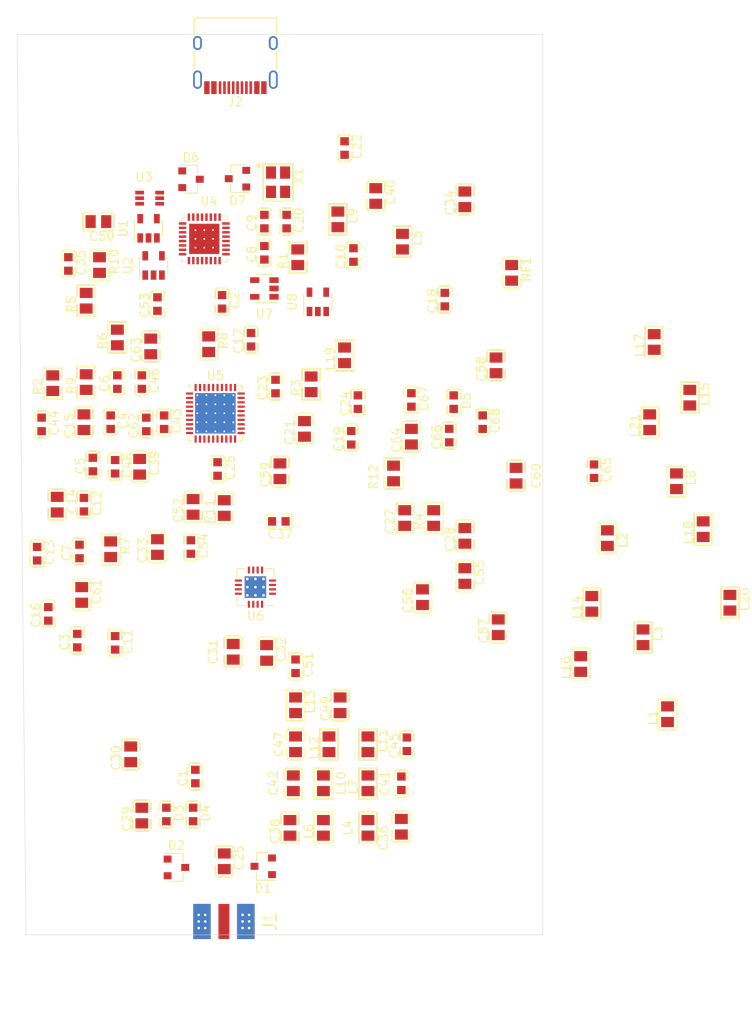
<source format=kicad_pcb>
(kicad_pcb (version 20171130) (host pcbnew "(5.1.6)-1")
  (layers (0 F.Cu signal) (31 B.Cu signal) (34 B.Paste user) (35 F.Paste user) (36 B.SilkS user) (37 F.SilkS user) (38 B.Mask user) (39 F.Mask user) (44 Edge.Cuts user))
  (net 0 "")
  (net 1 VCCGPIO1V8)
  (net 2 GND)
  (net 3 "Net-(C2-Pad2)")
  (net 4 "Net-(C2-Pad1)")
  (net 5 VCC3V3)
  (net 6 "Net-(C5-Pad2)")
  (net 7 V18-SYNTH)
  (net 8 VDDI1V8)
  (net 9 "Net-(C8-Pad2)")
  (net 10 "Net-(C9-Pad2)")
  (net 11 "Net-(C9-Pad1)")
  (net 12 "Net-(C10-Pad1)")
  (net 13 "Net-(C12-Pad1)")
  (net 14 VCC2V8)
  (net 15 REFCLK)
  (net 16 "Net-(C17-Pad1)")
  (net 17 "Net-(C20-Pad1)")
  (net 18 "Net-(C23-Pad2)")
  (net 19 "Net-(C23-Pad1)")
  (net 20 "Net-(C24-Pad1)")
  (net 21 "Net-(C25-Pad2)")
  (net 22 "Net-(C25-Pad1)")
  (net 23 VHFB45)
  (net 24 "Net-(C27-Pad1)")
  (net 25 "Net-(C28-Pad1)")
  (net 26 "Net-(C29-Pad2)")
  (net 27 "Net-(C30-Pad1)")
  (net 28 "Net-(C31-Pad2)")
  (net 29 "Net-(C31-Pad1)")
  (net 30 "Net-(C32-Pad1)")
  (net 31 "Net-(C33-Pad1)")
  (net 32 "Net-(C34-Pad1)")
  (net 33 "Net-(C35-Pad2)")
  (net 34 B3LBAND)
  (net 35 "Net-(C36-Pad1)")
  (net 36 "Net-(C37-Pad2)")
  (net 37 "Net-(C38-Pad1)")
  (net 38 "Net-(C39-Pad2)")
  (net 39 "Net-(C39-Pad1)")
  (net 40 "Net-(C40-Pad2)")
  (net 41 "Net-(C40-Pad1)")
  (net 42 "Net-(C41-Pad1)")
  (net 43 "Net-(C42-Pad1)")
  (net 44 B45IN)
  (net 45 VHFIN)
  (net 46 "Net-(C45-Pad1)")
  (net 47 VHFINB)
  (net 48 "Net-(C47-Pad1)")
  (net 49 B45INB)
  (net 50 "Net-(C49-Pad1)")
  (net 51 "Net-(C50-Pad1)")
  (net 52 AMP2IN)
  (net 53 "Net-(C52-Pad1)")
  (net 54 AMP2INB)
  (net 55 "Net-(C54-Pad1)")
  (net 56 "Net-(C55-Pad1)")
  (net 57 "Net-(C56-Pad2)")
  (net 58 "Net-(C56-Pad1)")
  (net 59 "Net-(C58-Pad1)")
  (net 60 LBAND-IN)
  (net 61 LBAND-INB)
  (net 62 "Net-(C61-Pad1)")
  (net 63 B3INB)
  (net 64 B3IN)
  (net 65 VCC5V)
  (net 66 "Net-(D1-Pad3)")
  (net 67 "Net-(D2-Pad3)")
  (net 68 SP3)
  (net 69 "Net-(D5-Pad2)")
  (net 70 USBDP)
  (net 71 VCC50USB)
  (net 72 "Net-(J2-PadB8)")
  (net 73 "Net-(J2-PadA5)")
  (net 74 USBDM)
  (net 75 "Net-(J2-PadA8)")
  (net 76 "Net-(J2-PadB5)")
  (net 77 "Net-(J2-PadS1)")
  (net 78 "Net-(R1-Pad1)")
  (net 79 "Net-(R2-Pad2)")
  (net 80 GPIO2)
  (net 81 GPIO0)
  (net 82 "Net-(U1-Pad2)")
  (net 83 "Net-(U1-Pad1)")
  (net 84 "Net-(U3-Pad6)")
  (net 85 SPICLK)
  (net 86 SPIDATA)
  (net 87 "Net-(U4-Pad23)")
  (net 88 Q-IN-N)
  (net 89 Q-IN-P)
  (net 90 I-IN-N)
  (net 91 "Net-(U4-Pad3)")
  (net 92 I-IN-P)
  (net 93 SPIEN)
  (net 94 "Net-(U5-Pad38)")
  (net 95 "Net-(U5-Pad37)")
  (net 96 "Net-(U5-Pad17)")
  (net 97 "Net-(U5-Pad16)")
  (net 98 "Net-(U5-Pad13)")
  (net 99 "Net-(U5-Pad5)")
  (net 100 "Net-(U6-Pad16)")
  (net 101 "Net-(U7-Pad4)")
  (net 102 "Net-(U8-Pad4)")
  (module my_lib:SC70-6 (layer F.Cu) (at 151.638 53.594)
    (fp_text reference U3 (at 0 0.5) (layer F.SilkS))
    (fp_text value SN74LVC1G386)
    (pad 6 smd rect (at 1.778 2.286) (size 1 0.42) (layers F.Cu F.Paste F.Mask) (net 84 "Net-(U3-Pad6)"))
    (pad 5 smd rect (at 1.778 2.921) (size 1 0.42) (layers F.Cu F.Paste F.Mask) (net 1 VCCGPIO1V8))
    (pad 4 smd rect (at 1.778 3.556) (size 1 0.42) (layers F.Cu F.Paste F.Mask) (net 82 "Net-(U1-Pad2)"))
    (pad 3 smd rect (at -0.508 3.556) (size 1 0.42) (layers F.Cu F.Paste F.Mask) (net 80 GPIO2))
    (pad 2 smd rect (at -0.508 2.921) (size 1 0.42) (layers F.Cu F.Paste F.Mask) (net 2 GND))
    (pad 1 smd rect (at -0.508 2.286) (size 1 0.42) (layers F.Cu F.Paste F.Mask) (net 81 GPIO0))
  )
  (module my_lib:SMD-3225_4P (layer F.Cu) (at 166.916 54.694 270)
    (fp_text reference X1 (at -0.725219 -2.350876 90) (layer F.SilkS))
    (fp_text value 24MHZ)
    (pad 4 smd rect (at -1.1 -0.8 270) (size 1.4 1.15) (layers F.Cu F.Paste F.Mask) (net 5 VCC3V3))
    (pad 3 smd rect (at 1.1 -0.8 270) (size 1.4 1.15) (layers F.Cu F.Paste F.Mask) (net 10 "Net-(C9-Pad2)"))
    (pad 2 smd rect (at 1.1 0.8 270) (size 1.4 1.15) (layers F.Cu F.Paste F.Mask) (net 2 GND))
    (pad 1 smd rect (at -1.1 0.8 270) (size 1.4 1.15) (layers F.Cu F.Paste F.Mask) (net 78 "Net-(R1-Pad1)"))
  )
  (module my_lib:SOT-23-5 (layer F.Cu) (at 171.45 68.326 90)
    (fp_text reference U8 (at 0 -2.9 90) (layer F.SilkS))
    (fp_text value RP112N331D)
    (pad 5 smd rect (at 1.1 -0.95 90) (size 1.06 0.65) (layers F.Cu F.Paste F.Mask) (net 5 VCC3V3))
    (pad 4 smd rect (at 1.1 0.95 90) (size 1.06 0.65) (layers F.Cu F.Paste F.Mask) (net 102 "Net-(U8-Pad4)"))
    (pad 3 smd rect (at -1.1 0.95 90) (size 1.06 0.65) (layers F.Cu F.Paste F.Mask) (net 65 VCC5V))
    (pad 2 smd rect (at -1.1 0 90) (size 1.06 0.65) (layers F.Cu F.Paste F.Mask) (net 2 GND))
    (pad 1 smd rect (at -1.1 -0.95 90) (size 1.06 0.65) (layers F.Cu F.Paste F.Mask) (net 65 VCC5V))
  )
  (module my_lib:SOT-23-5 (layer F.Cu) (at 165.354 66.802 180)
    (fp_text reference U7 (at 0 -2.9) (layer F.SilkS))
    (fp_text value RP112N331D)
    (pad 5 smd rect (at 1.1 -0.95 180) (size 1.06 0.65) (layers F.Cu F.Paste F.Mask) (net 14 VCC2V8))
    (pad 4 smd rect (at 1.1 0.95 180) (size 1.06 0.65) (layers F.Cu F.Paste F.Mask) (net 101 "Net-(U7-Pad4)"))
    (pad 3 smd rect (at -1.1 0.95 180) (size 1.06 0.65) (layers F.Cu F.Paste F.Mask) (net 7 V18-SYNTH))
    (pad 2 smd rect (at -1.1 0 180) (size 1.06 0.65) (layers F.Cu F.Paste F.Mask) (net 2 GND))
    (pad 1 smd rect (at -1.1 -0.95 180) (size 1.06 0.65) (layers F.Cu F.Paste F.Mask) (net 65 VCC5V))
  )
  (module my_lib:QFN-16-1EP_4x4mm_P0.5mm_EP2.45x2.45mm_ThermalVias (layer F.Cu) (at 164.338 100.838 180)
    (fp_text reference U6 (at 0 -3.3) (layer F.SilkS))
    (fp_text value PE42641)
    (pad 17 smd rect (at 0 0 180) (size 2.45 2.45) (layers B.Cu) (net 2 GND))
    (pad 17 thru_hole circle (at 0.925 0.925 180) (size 0.6 0.6) (drill 0.3) (layers *.Cu) (net 2 GND))
    (pad 17 thru_hole circle (at 0 0.925 180) (size 0.6 0.6) (drill 0.3) (layers *.Cu) (net 2 GND))
    (pad 17 thru_hole circle (at -0.925 0.925 180) (size 0.6 0.6) (drill 0.3) (layers *.Cu) (net 2 GND))
    (pad 17 thru_hole circle (at 0.925 0 180) (size 0.6 0.6) (drill 0.3) (layers *.Cu) (net 2 GND))
    (pad 17 thru_hole circle (at 0 0 180) (size 0.6 0.6) (drill 0.3) (layers *.Cu) (net 2 GND))
    (pad 17 thru_hole circle (at -0.925 0 180) (size 0.6 0.6) (drill 0.3) (layers *.Cu) (net 2 GND))
    (pad 17 thru_hole circle (at 0.925 -0.925 180) (size 0.6 0.6) (drill 0.3) (layers *.Cu) (net 2 GND))
    (pad 17 thru_hole circle (at 0 -0.925 180) (size 0.6 0.6) (drill 0.3) (layers *.Cu) (net 2 GND))
    (pad 17 thru_hole circle (at -0.925 -0.925 180) (size 0.6 0.6) (drill 0.3) (layers *.Cu) (net 2 GND))
    (pad 17 smd rect (at 0 0 180) (size 2.45 2.45) (layers F.Cu F.Mask) (net 2 GND))
    (pad 16 smd roundrect (at -0.75 -1.95 180) (size 0.25 0.8) (layers F.Cu F.Paste F.Mask) (net 100 "Net-(U6-Pad16)"))
    (pad 15 smd roundrect (at -0.25 -1.95 180) (size 0.25 0.8) (layers F.Cu F.Paste F.Mask) (net 36 "Net-(C37-Pad2)"))
    (pad 14 smd roundrect (at 0.25 -1.95 180) (size 0.25 0.8) (layers F.Cu F.Paste F.Mask) (net 2 GND))
    (pad 13 smd roundrect (at 0.75 -1.95 180) (size 0.25 0.8) (layers F.Cu F.Paste F.Mask) (net 33 "Net-(C35-Pad2)"))
    (pad 12 smd roundrect (at 1.95 -0.75 180) (size 0.8 0.25) (layers F.Cu F.Paste F.Mask) (net 2 GND))
    (pad 11 smd roundrect (at 1.95 -0.25 180) (size 0.8 0.25) (layers F.Cu F.Paste F.Mask) (net 22 "Net-(C25-Pad1)"))
    (pad 10 smd roundrect (at 1.95 0.25 180) (size 0.8 0.25) (layers F.Cu F.Paste F.Mask) (net 2 GND))
    (pad 9 smd roundrect (at 1.95 0.75 180) (size 0.8 0.25) (layers F.Cu F.Paste F.Mask) (net 2 GND))
    (pad 8 smd roundrect (at 0.75 1.95 180) (size 0.25 0.8) (layers F.Cu F.Paste F.Mask) (net 29 "Net-(C31-Pad1)"))
    (pad 7 smd roundrect (at 0.25 1.95 180) (size 0.25 0.8) (layers F.Cu F.Paste F.Mask) (net 2 GND))
    (pad 6 smd roundrect (at -0.25 1.95 180) (size 0.25 0.8) (layers F.Cu F.Paste F.Mask) (net 30 "Net-(C32-Pad1)"))
    (pad 5 smd roundrect (at -0.75 1.95 180) (size 0.25 0.8) (layers F.Cu F.Paste F.Mask) (net 2 GND))
    (pad 4 smd roundrect (at -1.95 0.75 180) (size 0.8 0.25) (layers F.Cu F.Paste F.Mask) (net 26 "Net-(C29-Pad2)"))
    (pad 3 smd roundrect (at -1.95 0.25 180) (size 0.8 0.25) (layers F.Cu F.Paste F.Mask) (net 27 "Net-(C30-Pad1)"))
    (pad 2 smd roundrect (at -1.95 -0.25 180) (size 0.8 0.25) (layers F.Cu F.Paste F.Mask) (net 14 VCC2V8))
    (pad 1 smd roundrect (at -1.95 -0.75 180) (size 0.8 0.25) (layers F.Cu F.Paste F.Mask) (net 2 GND))
  )
  (module my_lib:QFN-40-1EP_6x6mm_P0.5mm_EP4.6x4.6mm_ThermalVias (layer F.Cu) (at 159.766 81.026)
    (fp_text reference U5 (at 0 -4.3) (layer F.SilkS))
    (fp_text value msi001-RESCUE-msisdr)
    (pad 41 smd rect (at 0 0) (size 4.6 4.6) (layers B.Cu) (net 2 GND))
    (pad 41 thru_hole circle (at 2.05 2.05) (size 0.5 0.5) (drill 0.2) (layers *.Cu) (net 2 GND))
    (pad 41 thru_hole circle (at 1.025 2.05) (size 0.5 0.5) (drill 0.2) (layers *.Cu) (net 2 GND))
    (pad 41 thru_hole circle (at 0 2.05) (size 0.5 0.5) (drill 0.2) (layers *.Cu) (net 2 GND))
    (pad 41 thru_hole circle (at -1.025 2.05) (size 0.5 0.5) (drill 0.2) (layers *.Cu) (net 2 GND))
    (pad 41 thru_hole circle (at -2.05 2.05) (size 0.5 0.5) (drill 0.2) (layers *.Cu) (net 2 GND))
    (pad 41 thru_hole circle (at 2.05 1.025) (size 0.5 0.5) (drill 0.2) (layers *.Cu) (net 2 GND))
    (pad 41 thru_hole circle (at 1.025 1.025) (size 0.5 0.5) (drill 0.2) (layers *.Cu) (net 2 GND))
    (pad 41 thru_hole circle (at 0 1.025) (size 0.5 0.5) (drill 0.2) (layers *.Cu) (net 2 GND))
    (pad 41 thru_hole circle (at -1.025 1.025) (size 0.5 0.5) (drill 0.2) (layers *.Cu) (net 2 GND))
    (pad 41 thru_hole circle (at -2.05 1.025) (size 0.5 0.5) (drill 0.2) (layers *.Cu) (net 2 GND))
    (pad 41 thru_hole circle (at 2.05 0) (size 0.5 0.5) (drill 0.2) (layers *.Cu) (net 2 GND))
    (pad 41 thru_hole circle (at 1.025 0) (size 0.5 0.5) (drill 0.2) (layers *.Cu) (net 2 GND))
    (pad 41 thru_hole circle (at 0 0) (size 0.5 0.5) (drill 0.2) (layers *.Cu) (net 2 GND))
    (pad 41 thru_hole circle (at -1.025 0) (size 0.5 0.5) (drill 0.2) (layers *.Cu) (net 2 GND))
    (pad 41 thru_hole circle (at -2.05 0) (size 0.5 0.5) (drill 0.2) (layers *.Cu) (net 2 GND))
    (pad 41 thru_hole circle (at 2.05 -1.025) (size 0.5 0.5) (drill 0.2) (layers *.Cu) (net 2 GND))
    (pad 41 thru_hole circle (at 1.025 -1.025) (size 0.5 0.5) (drill 0.2) (layers *.Cu) (net 2 GND))
    (pad 41 thru_hole circle (at 0 -1.025) (size 0.5 0.5) (drill 0.2) (layers *.Cu) (net 2 GND))
    (pad 41 thru_hole circle (at -1.025 -1.025) (size 0.5 0.5) (drill 0.2) (layers *.Cu) (net 2 GND))
    (pad 41 thru_hole circle (at -2.05 -1.025) (size 0.5 0.5) (drill 0.2) (layers *.Cu) (net 2 GND))
    (pad 41 thru_hole circle (at 2.05 -2.05) (size 0.5 0.5) (drill 0.2) (layers *.Cu) (net 2 GND))
    (pad 41 thru_hole circle (at 1.025 -2.05) (size 0.5 0.5) (drill 0.2) (layers *.Cu) (net 2 GND))
    (pad 41 thru_hole circle (at 0 -2.05) (size 0.5 0.5) (drill 0.2) (layers *.Cu) (net 2 GND))
    (pad 41 thru_hole circle (at -1.025 -2.05) (size 0.5 0.5) (drill 0.2) (layers *.Cu) (net 2 GND))
    (pad 41 thru_hole circle (at -2.05 -2.05) (size 0.5 0.5) (drill 0.2) (layers *.Cu) (net 2 GND))
    (pad 41 smd rect (at 0 0) (size 4.6 4.6) (layers F.Cu F.Mask) (net 2 GND))
    (pad 40 smd roundrect (at -2.25 -2.9375) (size 0.25 0.825) (layers F.Cu F.Paste F.Mask) (net 52 AMP2IN))
    (pad 39 smd roundrect (at -1.75 -2.9375) (size 0.25 0.825) (layers F.Cu F.Paste F.Mask) (net 54 AMP2INB))
    (pad 38 smd roundrect (at -1.25 -2.9375) (size 0.25 0.825) (layers F.Cu F.Paste F.Mask) (net 94 "Net-(U5-Pad38)"))
    (pad 37 smd roundrect (at -0.75 -2.9375) (size 0.25 0.825) (layers F.Cu F.Paste F.Mask) (net 95 "Net-(U5-Pad37)"))
    (pad 36 smd roundrect (at -0.25 -2.9375) (size 0.25 0.825) (layers F.Cu F.Paste F.Mask) (net 14 VCC2V8))
    (pad 35 smd roundrect (at 0.25 -2.9375) (size 0.25 0.825) (layers F.Cu F.Paste F.Mask) (net 86 SPIDATA))
    (pad 34 smd roundrect (at 0.75 -2.9375) (size 0.25 0.825) (layers F.Cu F.Paste F.Mask) (net 85 SPICLK))
    (pad 33 smd roundrect (at 1.25 -2.9375) (size 0.25 0.825) (layers F.Cu F.Paste F.Mask) (net 93 SPIEN))
    (pad 32 smd roundrect (at 1.75 -2.9375) (size 0.25 0.825) (layers F.Cu F.Paste F.Mask) (net 14 VCC2V8))
    (pad 31 smd roundrect (at 2.25 -2.9375) (size 0.25 0.825) (layers F.Cu F.Paste F.Mask) (net 8 VDDI1V8))
    (pad 30 smd roundrect (at 2.9375 -2.25) (size 0.825 0.25) (layers F.Cu F.Paste F.Mask) (net 17 "Net-(C20-Pad1)"))
    (pad 29 smd roundrect (at 2.9375 -1.75) (size 0.825 0.25) (layers F.Cu F.Paste F.Mask) (net 17 "Net-(C20-Pad1)"))
    (pad 28 smd roundrect (at 2.9375 -1.25) (size 0.825 0.25) (layers F.Cu F.Paste F.Mask) (net 18 "Net-(C23-Pad2)"))
    (pad 27 smd roundrect (at 2.9375 -0.75) (size 0.825 0.25) (layers F.Cu F.Paste F.Mask) (net 19 "Net-(C23-Pad1)"))
    (pad 26 smd roundrect (at 2.9375 -0.25) (size 0.825 0.25) (layers F.Cu F.Paste F.Mask) (net 20 "Net-(C24-Pad1)"))
    (pad 25 smd roundrect (at 2.9375 0.25) (size 0.825 0.25) (layers F.Cu F.Paste F.Mask) (net 61 LBAND-INB))
    (pad 24 smd roundrect (at 2.9375 0.75) (size 0.825 0.25) (layers F.Cu F.Paste F.Mask) (net 60 LBAND-IN))
    (pad 23 smd roundrect (at 2.9375 1.25) (size 0.825 0.25) (layers F.Cu F.Paste F.Mask) (net 17 "Net-(C20-Pad1)"))
    (pad 22 smd roundrect (at 2.9375 1.75) (size 0.825 0.25) (layers F.Cu F.Paste F.Mask) (net 89 Q-IN-P))
    (pad 21 smd roundrect (at 2.9375 2.25) (size 0.825 0.25) (layers F.Cu F.Paste F.Mask) (net 88 Q-IN-N))
    (pad 20 smd roundrect (at 2.25 2.9375) (size 0.25 0.825) (layers F.Cu F.Paste F.Mask) (net 16 "Net-(C17-Pad1)"))
    (pad 19 smd roundrect (at 1.75 2.9375) (size 0.25 0.825) (layers F.Cu F.Paste F.Mask) (net 14 VCC2V8))
    (pad 18 smd roundrect (at 1.25 2.9375) (size 0.25 0.825) (layers F.Cu F.Paste F.Mask) (net 14 VCC2V8))
    (pad 17 smd roundrect (at 0.75 2.9375) (size 0.25 0.825) (layers F.Cu F.Paste F.Mask) (net 96 "Net-(U5-Pad17)"))
    (pad 16 smd roundrect (at 0.25 2.9375) (size 0.25 0.825) (layers F.Cu F.Paste F.Mask) (net 97 "Net-(U5-Pad16)"))
    (pad 15 smd roundrect (at -0.25 2.9375) (size 0.25 0.825) (layers F.Cu F.Paste F.Mask) (net 14 VCC2V8))
    (pad 14 smd roundrect (at -0.75 2.9375) (size 0.25 0.825) (layers F.Cu F.Paste F.Mask) (net 14 VCC2V8))
    (pad 13 smd roundrect (at -1.25 2.9375) (size 0.25 0.825) (layers F.Cu F.Paste F.Mask) (net 98 "Net-(U5-Pad13)"))
    (pad 12 smd roundrect (at -1.75 2.9375) (size 0.25 0.825) (layers F.Cu F.Paste F.Mask) (net 90 I-IN-N))
    (pad 11 smd roundrect (at -2.25 2.9375) (size 0.25 0.825) (layers F.Cu F.Paste F.Mask) (net 92 I-IN-P))
    (pad 10 smd roundrect (at -2.9375 2.25) (size 0.825 0.25) (layers F.Cu F.Paste F.Mask) (net 45 VHFIN))
    (pad 9 smd roundrect (at -2.9375 1.75) (size 0.825 0.25) (layers F.Cu F.Paste F.Mask) (net 47 VHFINB))
    (pad 8 smd roundrect (at -2.9375 1.25) (size 0.825 0.25) (layers F.Cu F.Paste F.Mask) (net 13 "Net-(C12-Pad1)"))
    (pad 7 smd roundrect (at -2.9375 0.75) (size 0.825 0.25) (layers F.Cu F.Paste F.Mask) (net 49 B45INB))
    (pad 6 smd roundrect (at -2.9375 0.25) (size 0.825 0.25) (layers F.Cu F.Paste F.Mask) (net 44 B45IN))
    (pad 5 smd roundrect (at -2.9375 -0.25) (size 0.825 0.25) (layers F.Cu F.Paste F.Mask) (net 99 "Net-(U5-Pad5)"))
    (pad 4 smd roundrect (at -2.9375 -0.75) (size 0.825 0.25) (layers F.Cu F.Paste F.Mask) (net 63 B3INB))
    (pad 3 smd roundrect (at -2.9375 -1.25) (size 0.825 0.25) (layers F.Cu F.Paste F.Mask) (net 64 B3IN))
    (pad 2 smd roundrect (at -2.9375 -1.75) (size 0.825 0.25) (layers F.Cu F.Paste F.Mask) (net 13 "Net-(C12-Pad1)"))
    (pad 1 smd roundrect (at -2.9375 -2.25) (size 0.825 0.25) (layers F.Cu F.Paste F.Mask) (net 13 "Net-(C12-Pad1)"))
  )
  (module my_lib:QFN-32-1EP_5x5mm (layer F.Cu) (at 159.02 61.599)
    (fp_text reference U4 (at 0 -4.71) (layer F.SilkS))
    (fp_text value msi2500)
    (pad 32 smd rect (at -2.27 -2.925 270) (size 0.85 0.28) (layers F.Cu F.Paste F.Mask) (net 5 VCC3V3))
    (pad 31 smd rect (at -1.77 -2.925 270) (size 0.85 0.28) (layers F.Cu F.Paste F.Mask) (net 8 VDDI1V8))
    (pad 30 smd rect (at -1.27 -2.925 270) (size 0.85 0.28) (layers F.Cu F.Paste F.Mask) (net 2 GND))
    (pad 29 smd rect (at -0.77 -2.925 270) (size 0.85 0.28) (layers F.Cu F.Paste F.Mask) (net 2 GND))
    (pad 28 smd rect (at -0.27 -2.925 270) (size 0.85 0.28) (layers F.Cu F.Paste F.Mask) (net 2 GND))
    (pad 27 smd rect (at 0.23 -2.925 270) (size 0.85 0.28) (layers F.Cu F.Paste F.Mask) (net 85 SPICLK))
    (pad 26 smd rect (at 0.73 -2.925 270) (size 0.85 0.28) (layers F.Cu F.Paste F.Mask) (net 86 SPIDATA))
    (pad 24 smd rect (at 1.955 -2.2 270) (size 0.28 0.85) (layers F.Cu F.Paste F.Mask) (net 15 REFCLK))
    (pad 23 smd rect (at 1.955 -1.7 270) (size 0.28 0.85) (layers F.Cu F.Paste F.Mask) (net 87 "Net-(U4-Pad23)"))
    (pad 22 smd rect (at 1.955 -1.2 270) (size 0.28 0.85) (layers F.Cu F.Paste F.Mask) (net 11 "Net-(C9-Pad1)"))
    (pad 21 smd rect (at 1.955 -0.7 270) (size 0.28 0.85) (layers F.Cu F.Paste F.Mask) (net 79 "Net-(R2-Pad2)"))
    (pad 20 smd rect (at 1.955 -0.2 270) (size 0.28 0.85) (layers F.Cu F.Paste F.Mask) (net 74 USBDM))
    (pad 19 smd rect (at 1.955 0.3 270) (size 0.28 0.85) (layers F.Cu F.Paste F.Mask) (net 70 USBDP))
    (pad 18 smd rect (at 1.955 0.8 270) (size 0.28 0.85) (layers F.Cu F.Paste F.Mask) (net 5 VCC3V3))
    (pad 16 smd rect (at 1.23 2.025 270) (size 0.85 0.28) (layers F.Cu F.Paste F.Mask) (net 9 "Net-(C8-Pad2)"))
    (pad 15 smd rect (at 0.73 2.025 270) (size 0.85 0.28) (layers F.Cu F.Paste F.Mask) (net 7 V18-SYNTH))
    (pad 14 smd rect (at 0.23 2.025 270) (size 0.85 0.28) (layers F.Cu F.Paste F.Mask) (net 5 VCC3V3))
    (pad 13 smd rect (at -0.27 2.025 270) (size 0.85 0.28) (layers F.Cu F.Paste F.Mask) (net 6 "Net-(C5-Pad2)"))
    (pad 12 smd rect (at -0.77 2.025 270) (size 0.85 0.28) (layers F.Cu F.Paste F.Mask) (net 88 Q-IN-N))
    (pad 11 smd rect (at -1.27 2.025 270) (size 0.85 0.28) (layers F.Cu F.Paste F.Mask) (net 89 Q-IN-P))
    (pad 10 smd rect (at -1.77 2.025 270) (size 0.85 0.28) (layers F.Cu F.Paste F.Mask) (net 90 I-IN-N))
    (pad 8 smd rect (at -2.995 1.3 270) (size 0.28 0.85) (layers F.Cu F.Paste F.Mask) (net 2 GND))
    (pad 7 smd rect (at -2.995 0.8 270) (size 0.28 0.85) (layers F.Cu F.Paste F.Mask) (net 3 "Net-(C2-Pad2)"))
    (pad 6 smd rect (at -2.995 0.3 270) (size 0.28 0.85) (layers F.Cu F.Paste F.Mask) (net 4 "Net-(C2-Pad1)"))
    (pad 5 smd rect (at -2.995 -0.2 270) (size 0.28 0.85) (layers F.Cu F.Paste F.Mask) (net 84 "Net-(U3-Pad6)"))
    (pad 4 smd rect (at -2.995 -0.7 270) (size 0.28 0.85) (layers F.Cu F.Paste F.Mask) (net 80 GPIO2))
    (pad 3 smd rect (at -2.995 -1.2 270) (size 0.28 0.85) (layers F.Cu F.Paste F.Mask) (net 91 "Net-(U4-Pad3)"))
    (pad 2 smd rect (at -2.995 -1.7 270) (size 0.28 0.85) (layers F.Cu F.Paste F.Mask) (net 81 GPIO0))
    (pad 1 smd rect (at -2.995 -2.2 270) (size 0.28 0.85) (layers F.Cu F.Paste F.Mask) (net 1 VCCGPIO1V8))
    (pad 33 thru_hole circle (at -1.52 0.55 270) (size 0.2 0.2) (drill 0.2) (layers *.Cu *.Mask) (net 2 GND))
    (pad 33 thru_hole circle (at -1.52 -0.45 270) (size 0.2 0.2) (drill 0.2) (layers *.Cu *.Mask) (net 2 GND))
    (pad 33 thru_hole circle (at -1.52 -1.45 270) (size 0.2 0.2) (drill 0.2) (layers *.Cu *.Mask) (net 2 GND))
    (pad 33 thru_hole circle (at -0.52 0.55 270) (size 0.2 0.2) (drill 0.2) (layers *.Cu *.Mask) (net 2 GND))
    (pad 33 thru_hole circle (at -0.52 -0.45 270) (size 0.2 0.2) (drill 0.2) (layers *.Cu *.Mask) (net 2 GND))
    (pad 33 thru_hole circle (at -0.52 -1.45 270) (size 0.2 0.2) (drill 0.2) (layers *.Cu *.Mask) (net 2 GND))
    (pad 33 thru_hole circle (at 0.48 0.55 270) (size 0.2 0.2) (drill 0.2) (layers *.Cu *.Mask) (net 2 GND))
    (pad 33 thru_hole circle (at 0.48 -0.45 270) (size 0.2 0.2) (drill 0.2) (layers *.Cu *.Mask) (net 2 GND))
    (pad 33 thru_hole circle (at 0.48 -1.45 270) (size 0.2 0.2) (drill 0.2) (layers *.Cu *.Mask) (net 2 GND))
    (pad 33 smd rect (at -0.52 -0.45 270) (size 3.45 3.45) (layers F.Cu F.Paste F.Mask) (net 2 GND))
    (pad 9 smd rect (at -2.27 2.025 270) (size 0.85 0.28) (layers F.Cu F.Paste F.Mask) (net 92 I-IN-P))
    (pad 17 smd rect (at 1.955 1.3 270) (size 0.28 0.85) (layers F.Cu F.Paste F.Mask) (net 12 "Net-(C10-Pad1)"))
    (pad 25 smd rect (at 1.23 -2.925 270) (size 0.85 0.28) (layers F.Cu F.Paste F.Mask) (net 93 SPIEN))
  )
  (module my_lib:SOT-23-5 (layer F.Cu) (at 152.72 64.178 90)
    (fp_text reference U2 (at 0 -2.9 90) (layer F.SilkS))
    (fp_text value SN74LVC1G00)
    (pad 5 smd rect (at 1.1 -0.95 90) (size 1.06 0.65) (layers F.Cu F.Paste F.Mask) (net 1 VCCGPIO1V8))
    (pad 4 smd rect (at 1.1 0.95 90) (size 1.06 0.65) (layers F.Cu F.Paste F.Mask) (net 83 "Net-(U1-Pad1)"))
    (pad 3 smd rect (at -1.1 0.95 90) (size 1.06 0.65) (layers F.Cu F.Paste F.Mask) (net 2 GND))
    (pad 2 smd rect (at -1.1 0 90) (size 1.06 0.65) (layers F.Cu F.Paste F.Mask) (net 80 GPIO2))
    (pad 1 smd rect (at -1.1 -0.95 90) (size 1.06 0.65) (layers F.Cu F.Paste F.Mask) (net 81 GPIO0))
  )
  (module my_lib:SOT-23-5 (layer F.Cu) (at 152.146 59.944 90)
    (fp_text reference U1 (at 0 -2.9 90) (layer F.SilkS))
    (fp_text value SN74LVC1G00)
    (pad 5 smd rect (at 1.1 -0.95 90) (size 1.06 0.65) (layers F.Cu F.Paste F.Mask) (net 1 VCCGPIO1V8))
    (pad 4 smd rect (at 1.1 0.95 90) (size 1.06 0.65) (layers F.Cu F.Paste F.Mask) (net 68 SP3))
    (pad 3 smd rect (at -1.1 0.95 90) (size 1.06 0.65) (layers F.Cu F.Paste F.Mask) (net 2 GND))
    (pad 2 smd rect (at -1.1 0 90) (size 1.06 0.65) (layers F.Cu F.Paste F.Mask) (net 82 "Net-(U1-Pad2)"))
    (pad 1 smd rect (at -1.1 -0.95 90) (size 1.06 0.65) (layers F.Cu F.Paste F.Mask) (net 83 "Net-(U1-Pad1)"))
  )
  (module lc_lib:0805_R (layer F.Cu) (at 180.086 87.884 90)
    (fp_text reference R12 (at -0.393619 -2.286 90) (layer F.SilkS))
    (fp_text value 47K)
    (pad 2 smd rect (at 0.89 0 90) (size 1.16 1.47) (layers F.Cu F.Paste F.Mask) (net 69 "Net-(D5-Pad2)"))
    (pad 1 smd rect (at -0.89 0 90) (size 1.16 1.47) (layers F.Cu F.Paste F.Mask) (net 71 VCC50USB))
  )
  (module lc_lib:0805_R (layer F.Cu) (at 160.782 91.822 90)
    (fp_text reference R11 (at -0.393619 -1.684276 90) (layer F.SilkS))
    (fp_text value 33R)
    (pad 2 smd rect (at 0.89 0 90) (size 1.16 1.47) (layers F.Cu F.Paste F.Mask) (net 51 "Net-(C50-Pad1)"))
    (pad 1 smd rect (at -0.89 0 90) (size 1.16 1.47) (layers F.Cu F.Paste F.Mask) (net 53 "Net-(C52-Pad1)"))
  )
  (module lc_lib:0805_R (layer F.Cu) (at 146.558 64.136 270)
    (fp_text reference R10 (at -0.393619 -1.684276 90) (layer F.SilkS))
    (fp_text value 18R)
    (pad 2 smd rect (at 0.89 0 270) (size 1.16 1.47) (layers F.Cu F.Paste F.Mask) (net 2 GND))
    (pad 1 smd rect (at -0.89 0 270) (size 1.16 1.47) (layers F.Cu F.Paste F.Mask) (net 51 "Net-(C50-Pad1)"))
  )
  (module lc_lib:0805_R (layer F.Cu) (at 145.034 77.47 90)
    (fp_text reference R9 (at -0.393619 -1.684276 90) (layer F.SilkS))
    (fp_text value 33R)
    (pad 2 smd rect (at 0.89 0 90) (size 1.16 1.47) (layers F.Cu F.Paste F.Mask) (net 34 B3LBAND))
    (pad 1 smd rect (at -0.89 0 90) (size 1.16 1.47) (layers F.Cu F.Paste F.Mask) (net 51 "Net-(C50-Pad1)"))
  )
  (module lc_lib:0805_R (layer F.Cu) (at 159.004 73.152 270)
    (fp_text reference R8 (at -0.393619 -1.684276 90) (layer F.SilkS))
    (fp_text value 10K)
    (pad 2 smd rect (at 0.89 0 270) (size 1.16 1.47) (layers F.Cu F.Paste F.Mask) (net 27 "Net-(C30-Pad1)"))
    (pad 1 smd rect (at -0.89 0 270) (size 1.16 1.47) (layers F.Cu F.Paste F.Mask) (net 81 GPIO0))
  )
  (module lc_lib:0805_R (layer F.Cu) (at 147.828 96.52 270)
    (fp_text reference R7 (at -0.393619 -1.684276 90) (layer F.SilkS))
    (fp_text value 10K)
    (pad 2 smd rect (at 0.89 0 270) (size 1.16 1.47) (layers F.Cu F.Paste F.Mask) (net 26 "Net-(C29-Pad2)"))
    (pad 1 smd rect (at -0.89 0 270) (size 1.16 1.47) (layers F.Cu F.Paste F.Mask) (net 80 GPIO2))
  )
  (module lc_lib:0805_R (layer F.Cu) (at 148.59 72.39 90)
    (fp_text reference R6 (at -0.393619 -1.684276 90) (layer F.SilkS))
    (fp_text value 33R)
    (pad 2 smd rect (at 0.89 0 90) (size 1.16 1.47) (layers F.Cu F.Paste F.Mask) (net 24 "Net-(C27-Pad1)"))
    (pad 1 smd rect (at -0.89 0 90) (size 1.16 1.47) (layers F.Cu F.Paste F.Mask) (net 25 "Net-(C28-Pad1)"))
  )
  (module lc_lib:0805_R (layer F.Cu) (at 145.034 68.2 90)
    (fp_text reference R5 (at -0.393619 -1.684276 90) (layer F.SilkS))
    (fp_text value 18R)
    (pad 2 smd rect (at 0.89 0 90) (size 1.16 1.47) (layers F.Cu F.Paste F.Mask) (net 2 GND))
    (pad 1 smd rect (at -0.89 0 90) (size 1.16 1.47) (layers F.Cu F.Paste F.Mask) (net 24 "Net-(C27-Pad1)"))
  )
  (module lc_lib:0805_R (layer F.Cu) (at 184.658 92.964 90)
    (fp_text reference R4 (at -0.393619 -1.684276 90) (layer F.SilkS))
    (fp_text value 33R)
    (pad 2 smd rect (at 0.89 0 90) (size 1.16 1.47) (layers F.Cu F.Paste F.Mask) (net 23 VHFB45))
    (pad 1 smd rect (at -0.89 0 90) (size 1.16 1.47) (layers F.Cu F.Paste F.Mask) (net 24 "Net-(C27-Pad1)"))
  )
  (module lc_lib:0805_R (layer F.Cu) (at 170.688 77.724 90)
    (fp_text reference R3 (at -0.393619 -1.684276 90) (layer F.SilkS))
    (fp_text value 390R)
    (pad 2 smd rect (at 0.89 0 90) (size 1.16 1.47) (layers F.Cu F.Paste F.Mask) (net 18 "Net-(C23-Pad2)"))
    (pad 1 smd rect (at -0.89 0 90) (size 1.16 1.47) (layers F.Cu F.Paste F.Mask) (net 20 "Net-(C24-Pad1)"))
  )
  (module lc_lib:0805_R (layer F.Cu) (at 141.224 77.596 90)
    (fp_text reference R2 (at -0.393619 -1.684276 90) (layer F.SilkS))
    (fp_text value 510R)
    (pad 2 smd rect (at 0.89 0 90) (size 1.16 1.47) (layers F.Cu F.Paste F.Mask) (net 79 "Net-(R2-Pad2)"))
    (pad 1 smd rect (at -0.89 0 90) (size 1.16 1.47) (layers F.Cu F.Paste F.Mask) (net 2 GND))
  )
  (module lc_lib:0805_R (layer F.Cu) (at 169.164 63.246 90)
    (fp_text reference R1 (at -0.393619 -1.684276 90) (layer F.SilkS))
    (fp_text value 10k)
    (pad 2 smd rect (at 0.89 0 90) (size 1.16 1.47) (layers F.Cu F.Paste F.Mask) (net 5 VCC3V3))
    (pad 1 smd rect (at -0.89 0 90) (size 1.16 1.47) (layers F.Cu F.Paste F.Mask) (net 78 "Net-(R1-Pad1)"))
  )
  (module lc_lib:0805_C (layer F.Cu) (at 193.548 65.024 270)
    (fp_text reference NF1 (at -0.393619 -1.684276 90) (layer F.SilkS))
    (fp_text value NF)
    (pad 2 smd rect (at 0.89 0 270) (size 1.16 1.47) (layers F.Cu F.Paste F.Mask) (net 55 "Net-(C54-Pad1)"))
    (pad 1 smd rect (at -0.89 0 270) (size 1.16 1.47) (layers F.Cu F.Paste F.Mask) (net 2 GND))
  )
  (module lc_lib:0805_L (layer F.Cu) (at 209.296 82.042 90)
    (fp_text reference L21 (at -0.393619 -1.684276 90) (layer F.SilkS))
    (fp_text value 600R-100M)
    (pad 2 smd rect (at 0.89 0 90) (size 1.16 1.47) (layers F.Cu F.Paste F.Mask) (net 65 VCC5V))
    (pad 1 smd rect (at -0.89 0 90) (size 1.16 1.47) (layers F.Cu F.Paste F.Mask) (net 71 VCC50USB))
  )
  (module lc_lib:0805_L (layer F.Cu) (at 218.44 102.616 270)
    (fp_text reference L20 (at -0.393619 -1.684276 90) (layer F.SilkS))
    (fp_text value 8.2NH)
    (pad 2 smd rect (at 0.89 0 270) (size 1.16 1.47) (layers F.Cu F.Paste F.Mask) (net 60 LBAND-IN))
    (pad 1 smd rect (at -0.89 0 270) (size 1.16 1.47) (layers F.Cu F.Paste F.Mask) (net 61 LBAND-INB))
  )
  (module lc_lib:0805_L (layer F.Cu) (at 174.498 74.422 90)
    (fp_text reference L19 (at -0.393619 -1.684276 90) (layer F.SilkS))
    (fp_text value 100NH)
    (pad 2 smd rect (at 0.89 0 90) (size 1.16 1.47) (layers F.Cu F.Paste F.Mask) (net 62 "Net-(C61-Pad1)"))
    (pad 1 smd rect (at -0.89 0 90) (size 1.16 1.47) (layers F.Cu F.Paste F.Mask) (net 58 "Net-(C56-Pad1)"))
  )
  (module lc_lib:0805_L (layer F.Cu) (at 215.392 94.234 90)
    (fp_text reference L18 (at -0.393619 -1.684276 90) (layer F.SilkS))
    (fp_text value 6.8NH)
    (pad 2 smd rect (at 0.89 0 90) (size 1.16 1.47) (layers F.Cu F.Paste F.Mask) (net 60 LBAND-IN))
    (pad 1 smd rect (at -0.89 0 90) (size 1.16 1.47) (layers F.Cu F.Paste F.Mask) (net 55 "Net-(C54-Pad1)"))
  )
  (module lc_lib:0805_L (layer F.Cu) (at 209.804 72.898 90)
    (fp_text reference L17 (at -0.393619 -1.684276 90) (layer F.SilkS))
    (fp_text value 6.8NH)
    (pad 2 smd rect (at 0.89 0 90) (size 1.16 1.47) (layers F.Cu F.Paste F.Mask) (net 2 GND))
    (pad 1 smd rect (at -0.89 0 90) (size 1.16 1.47) (layers F.Cu F.Paste F.Mask) (net 59 "Net-(C58-Pad1)"))
  )
  (module lc_lib:0805_L (layer F.Cu) (at 201.422 109.6 90)
    (fp_text reference L16 (at -0.393619 -1.684276 90) (layer F.SilkS))
    (fp_text value 39NH)
    (pad 2 smd rect (at 0.89 0 90) (size 1.16 1.47) (layers F.Cu F.Paste F.Mask) (net 2 GND))
    (pad 1 smd rect (at -0.89 0 90) (size 1.16 1.47) (layers F.Cu F.Paste F.Mask) (net 58 "Net-(C56-Pad1)"))
  )
  (module lc_lib:0805_L (layer F.Cu) (at 213.868 79.248 270)
    (fp_text reference L15 (at -0.393619 -1.684276 90) (layer F.SilkS))
    (fp_text value 22NH)
    (pad 2 smd rect (at 0.89 0 270) (size 1.16 1.47) (layers F.Cu F.Paste F.Mask) (net 56 "Net-(C55-Pad1)"))
    (pad 1 smd rect (at -0.89 0 270) (size 1.16 1.47) (layers F.Cu F.Paste F.Mask) (net 55 "Net-(C54-Pad1)"))
  )
  (module lc_lib:0805_L (layer F.Cu) (at 202.692 102.742 90)
    (fp_text reference L14 (at -0.393619 -1.684276 90) (layer F.SilkS))
    (fp_text value 82NH)
    (pad 2 smd rect (at 0.89 0 90) (size 1.16 1.47) (layers F.Cu F.Paste F.Mask) (net 53 "Net-(C52-Pad1)"))
    (pad 1 smd rect (at -0.89 0 90) (size 1.16 1.47) (layers F.Cu F.Paste F.Mask) (net 57 "Net-(C56-Pad2)"))
  )
  (module lc_lib:0805_L (layer F.Cu) (at 168.91 114.3 270)
    (fp_text reference L13 (at -0.393619 -1.684276 90) (layer F.SilkS))
    (fp_text value 220NH)
    (pad 2 smd rect (at 0.89 0 270) (size 1.16 1.47) (layers F.Cu F.Paste F.Mask) (net 50 "Net-(C49-Pad1)"))
    (pad 1 smd rect (at -0.89 0 270) (size 1.16 1.47) (layers F.Cu F.Paste F.Mask) (net 48 "Net-(C47-Pad1)"))
  )
  (module lc_lib:0805_L (layer F.Cu) (at 172.72 118.745 90)
    (fp_text reference L12 (at -0.393619 -1.684276 90) (layer F.SilkS))
    (fp_text value 22NF)
    (pad 2 smd rect (at 0.89 0 90) (size 1.16 1.47) (layers F.Cu F.Paste F.Mask) (net 43 "Net-(C42-Pad1)"))
    (pad 1 smd rect (at -0.89 0 90) (size 1.16 1.47) (layers F.Cu F.Paste F.Mask) (net 48 "Net-(C47-Pad1)"))
  )
  (module lc_lib:0805_L (layer F.Cu) (at 177.165 118.745 270)
    (fp_text reference L11 (at -0.393619 -1.684276 90) (layer F.SilkS))
    (fp_text value 180NH)
    (pad 2 smd rect (at 0.89 0 270) (size 1.16 1.47) (layers F.Cu F.Paste F.Mask) (net 46 "Net-(C45-Pad1)"))
    (pad 1 smd rect (at -0.89 0 270) (size 1.16 1.47) (layers F.Cu F.Paste F.Mask) (net 43 "Net-(C42-Pad1)"))
  )
  (module lc_lib:0805_L (layer F.Cu) (at 172.085 123.19 270)
    (fp_text reference L10 (at 0 -2.032 90) (layer F.SilkS))
    (fp_text value 27NH)
    (pad 2 smd rect (at 0.89 0 270) (size 1.16 1.47) (layers F.Cu F.Paste F.Mask) (net 37 "Net-(C38-Pad1)"))
    (pad 1 smd rect (at -0.89 0 270) (size 1.16 1.47) (layers F.Cu F.Paste F.Mask) (net 43 "Net-(C42-Pad1)"))
  )
  (module lc_lib:0805_L (layer F.Cu) (at 173.736 58.928 270)
    (fp_text reference L9 (at -0.393619 -1.684276 90) (layer F.SilkS))
    (fp_text value 270NH)
    (pad 2 smd rect (at 0.89 0 270) (size 1.16 1.47) (layers F.Cu F.Paste F.Mask) (net 2 GND))
    (pad 1 smd rect (at -0.89 0 270) (size 1.16 1.47) (layers F.Cu F.Paste F.Mask) (net 41 "Net-(C40-Pad1)"))
  )
  (module lc_lib:0805_L (layer F.Cu) (at 212.344 88.772 270)
    (fp_text reference L8 (at -0.393619 -1.684276 90) (layer F.SilkS))
    (fp_text value 47NF)
    (pad 2 smd rect (at 0.89 0 270) (size 1.16 1.47) (layers F.Cu F.Paste F.Mask) (net 2 GND))
    (pad 1 smd rect (at -0.89 0 270) (size 1.16 1.47) (layers F.Cu F.Paste F.Mask) (net 39 "Net-(C39-Pad1)"))
  )
  (module lc_lib:0805_L (layer F.Cu) (at 177.165 123.19 90)
    (fp_text reference L7 (at -0.393619 -1.684276 90) (layer F.SilkS))
    (fp_text value 180NH)
    (pad 2 smd rect (at 0.89 0 90) (size 1.16 1.47) (layers F.Cu F.Paste F.Mask) (net 42 "Net-(C41-Pad1)"))
    (pad 1 smd rect (at -0.89 0 90) (size 1.16 1.47) (layers F.Cu F.Paste F.Mask) (net 37 "Net-(C38-Pad1)"))
  )
  (module lc_lib:0805_L (layer F.Cu) (at 172.085 128.27 90)
    (fp_text reference L6 (at -0.393619 -1.684276 90) (layer F.SilkS))
    (fp_text value 22NH)
    (pad 2 smd rect (at 0.89 0 90) (size 1.16 1.47) (layers F.Cu F.Paste F.Mask) (net 28 "Net-(C31-Pad2)"))
    (pad 1 smd rect (at -0.89 0 90) (size 1.16 1.47) (layers F.Cu F.Paste F.Mask) (net 37 "Net-(C38-Pad1)"))
  )
  (module lc_lib:0805_L (layer F.Cu) (at 181.102 61.468 270)
    (fp_text reference L5 (at -0.393619 -1.684276 90) (layer F.SilkS))
    (fp_text value 100NH)
    (pad 2 smd rect (at 0.89 0 270) (size 1.16 1.47) (layers F.Cu F.Paste F.Mask) (net 32 "Net-(C34-Pad1)"))
    (pad 1 smd rect (at -0.89 0 270) (size 1.16 1.47) (layers F.Cu F.Paste F.Mask) (net 40 "Net-(C40-Pad2)"))
  )
  (module lc_lib:0805_L (layer F.Cu) (at 177.165 128.27 270)
    (fp_text reference L4 (at 0 2.286 90) (layer F.SilkS))
    (fp_text value 220NH)
    (pad 2 smd rect (at 0.89 0 270) (size 1.16 1.47) (layers F.Cu F.Paste F.Mask) (net 35 "Net-(C36-Pad1)"))
    (pad 1 smd rect (at -0.89 0 270) (size 1.16 1.47) (layers F.Cu F.Paste F.Mask) (net 28 "Net-(C31-Pad2)"))
  )
  (module lc_lib:0805_L (layer F.Cu) (at 208.534 106.552 270)
    (fp_text reference L3 (at -0.393619 -1.684276 90) (layer F.SilkS))
    (fp_text value 33NH)
    (pad 2 smd rect (at 0.89 0 270) (size 1.16 1.47) (layers F.Cu F.Paste F.Mask) (net 31 "Net-(C33-Pad1)"))
    (pad 1 smd rect (at -0.89 0 270) (size 1.16 1.47) (layers F.Cu F.Paste F.Mask) (net 38 "Net-(C39-Pad2)"))
  )
  (module lc_lib:0805_L (layer F.Cu) (at 204.47 95.25 270)
    (fp_text reference L2 (at 0.254 -1.778 90) (layer F.SilkS))
    (fp_text value 68NH)
    (pad 2 smd rect (at 0.89 0 270) (size 1.16 1.47) (layers F.Cu F.Paste F.Mask) (net 25 "Net-(C28-Pad1)"))
    (pad 1 smd rect (at -0.89 0 270) (size 1.16 1.47) (layers F.Cu F.Paste F.Mask) (net 32 "Net-(C34-Pad1)"))
  )
  (module lc_lib:0805_L (layer F.Cu) (at 211.328 115.316 90)
    (fp_text reference L1 (at -0.393619 -1.684276 90) (layer F.SilkS))
    (fp_text value 15NH)
    (pad 2 smd rect (at 0.89 0 90) (size 1.16 1.47) (layers F.Cu F.Paste F.Mask) (net 25 "Net-(C28-Pad1)"))
    (pad 1 smd rect (at -0.89 0 90) (size 1.16 1.47) (layers F.Cu F.Paste F.Mask) (net 31 "Net-(C33-Pad1)"))
  )
  (module my_lib:USB_C_Receptacle_HRO_TYPE-C-31-M-12 (layer F.Cu) (at 162.052 39.878 180)
    (fp_text reference J2 (at 0 -5.645) (layer F.SilkS))
    (fp_text value USB_C_Receptacle_USB2.0)
    (pad B1 smd rect (at 3.25 -4.045 180) (size 0.6 1.45) (layers F.Cu F.Paste F.Mask) (net 2 GND))
    (pad A9 smd rect (at 2.45 -4.045 180) (size 0.6 1.45) (layers F.Cu F.Paste F.Mask) (net 71 VCC50USB))
    (pad B9 smd rect (at -2.45 -4.045 180) (size 0.6 1.45) (layers F.Cu F.Paste F.Mask) (net 71 VCC50USB))
    (pad B12 smd rect (at -3.25 -4.045 180) (size 0.6 1.45) (layers F.Cu F.Paste F.Mask) (net 2 GND))
    (pad A1 smd rect (at -3.25 -4.045 180) (size 0.6 1.45) (layers F.Cu F.Paste F.Mask) (net 2 GND))
    (pad A4 smd rect (at -2.45 -4.045 180) (size 0.6 1.45) (layers F.Cu F.Paste F.Mask) (net 71 VCC50USB))
    (pad B4 smd rect (at 2.45 -4.045 180) (size 0.6 1.45) (layers F.Cu F.Paste F.Mask) (net 71 VCC50USB))
    (pad A12 smd rect (at 3.25 -4.045 180) (size 0.6 1.45) (layers F.Cu F.Paste F.Mask) (net 2 GND))
    (pad B8 smd rect (at -1.75 -4.045 180) (size 0.3 1.45) (layers F.Cu F.Paste F.Mask) (net 72 "Net-(J2-PadB8)"))
    (pad A5 smd rect (at -1.25 -4.045 180) (size 0.3 1.45) (layers F.Cu F.Paste F.Mask) (net 73 "Net-(J2-PadA5)"))
    (pad B7 smd rect (at -0.75 -4.045 180) (size 0.3 1.45) (layers F.Cu F.Paste F.Mask) (net 74 USBDM))
    (pad A7 smd rect (at 0.25 -4.045 180) (size 0.3 1.45) (layers F.Cu F.Paste F.Mask) (net 74 USBDM))
    (pad B6 smd rect (at 0.75 -4.045 180) (size 0.3 1.45) (layers F.Cu F.Paste F.Mask) (net 70 USBDP))
    (pad A8 smd rect (at 1.25 -4.045 180) (size 0.3 1.45) (layers F.Cu F.Paste F.Mask) (net 75 "Net-(J2-PadA8)"))
    (pad B5 smd rect (at 1.75 -4.045 180) (size 0.3 1.45) (layers F.Cu F.Paste F.Mask) (net 76 "Net-(J2-PadB5)"))
    (pad A6 smd rect (at -0.25 -4.045 180) (size 0.3 1.45) (layers F.Cu F.Paste F.Mask) (net 70 USBDP))
    (pad S1 thru_hole oval (at 4.32 -3.13 180) (size 1 2.1) (drill oval 0.6 1.7) (layers *.Cu *.Mask) (net 77 "Net-(J2-PadS1)"))
    (pad S1 thru_hole oval (at -4.32 -3.13 180) (size 1 2.1) (drill oval 0.6 1.7) (layers *.Cu *.Mask) (net 77 "Net-(J2-PadS1)"))
    (pad "" np_thru_hole circle (at -2.89 -2.6 180) (size 0.65 0.65) (drill 0.65) (layers *.Cu *.Mask))
    (pad S1 thru_hole oval (at -4.32 1.05 180) (size 1 1.6) (drill oval 0.6 1.2) (layers *.Cu *.Mask) (net 77 "Net-(J2-PadS1)"))
    (pad "" np_thru_hole circle (at 2.89 -2.6 180) (size 0.65 0.65) (drill 0.65) (layers *.Cu *.Mask))
    (pad S1 thru_hole oval (at 4.32 1.05 180) (size 1 1.6) (drill oval 0.6 1.2) (layers *.Cu *.Mask) (net 77 "Net-(J2-PadS1)"))
  )
  (module my_lib:SMA_OPL_EM (layer F.Cu) (at 160.742 141.438 90)
    (fp_text reference J1 (at 2.5 5.25 90) (layer F.SilkS) (effects (font (size 1.5 1.2) (thickness 0.2))))
    (fp_text value ANT hide)
    (pad 3 thru_hole circle (at 3.25 -2.125 90) (size 0.4 0.4) (drill 0.3) (layers *.Cu) (net 2 GND))
    (pad 3 thru_hole circle (at 3.25 -2.875 90) (size 0.4 0.4) (drill 0.3) (layers *.Cu) (net 2 GND))
    (pad 3 thru_hole circle (at 2.5 -2.125 90) (size 0.4 0.4) (drill 0.3) (layers *.Cu) (net 2 GND))
    (pad 3 thru_hole circle (at 2.5 -2.875 90) (size 0.4 0.4) (drill 0.3) (layers *.Cu) (net 2 GND))
    (pad 3 thru_hole circle (at 1.75 -2.125 90) (size 0.4 0.4) (drill 0.3) (layers *.Cu) (net 2 GND))
    (pad 3 thru_hole circle (at 1.75 -2.875 90) (size 0.4 0.4) (drill 0.3) (layers *.Cu) (net 2 GND))
    (pad 3 smd rect (at 2.5 -2.5 90) (size 4 2) (layers *.Cu *.Mask) (net 2 GND))
    (pad 2 thru_hole circle (at 3.25 2.125 90) (size 0.4 0.4) (drill 0.3) (layers *.Cu) (net 2 GND))
    (pad 2 thru_hole circle (at 3.25 2.875 90) (size 0.4 0.4) (drill 0.3) (layers *.Cu) (net 2 GND))
    (pad 2 thru_hole circle (at 2.5 2.125 90) (size 0.4 0.4) (drill 0.3) (layers *.Cu) (net 2 GND))
    (pad 2 thru_hole circle (at 2.5 2.875 90) (size 0.4 0.4) (drill 0.3) (layers *.Cu) (net 2 GND))
    (pad 2 thru_hole circle (at 1.75 2.125 90) (size 0.4 0.4) (drill 0.3) (layers *.Cu) (net 2 GND))
    (pad 2 thru_hole circle (at 1.75 2.875 90) (size 0.4 0.4) (drill 0.3) (layers *.Cu) (net 2 GND))
    (pad 2 smd rect (at 2.5 2.5 90) (size 4 2) (layers *.Cu *.Mask) (net 2 GND))
    (pad 1 smd rect (at 2.5 0 90) (size 4 1.25) (layers F.Cu F.Mask) (net 21 "Net-(C25-Pad2)"))
  )
  (module my_lib:SOT-23 (layer F.Cu) (at 161.909 54.7345)
    (fp_text reference D7 (at 0.381 2.0555 180) (layer F.SilkS))
    (fp_text value BAV99)
    (pad 3 smd rect (at -0.619 -0.4445 180) (size 0.9 0.8) (layers F.Cu F.Paste F.Mask) (net 70 USBDP))
    (pad 2 smd rect (at 1.381 -1.3945 180) (size 0.9 0.8) (layers F.Cu F.Paste F.Mask) (net 5 VCC3V3))
    (pad 1 smd rect (at 1.381 0.5055 180) (size 0.9 0.8) (layers F.Cu F.Paste F.Mask) (net 2 GND))
  )
  (module my_lib:SOT-23 (layer F.Cu) (at 157.369 53.9115 180)
    (fp_text reference D6 (at 0.381 2.0555 180) (layer F.SilkS))
    (fp_text value BAV99)
    (pad 3 smd rect (at -0.619 -0.4445) (size 0.9 0.8) (layers F.Cu F.Paste F.Mask) (net 70 USBDP))
    (pad 2 smd rect (at 1.381 -1.3945) (size 0.9 0.8) (layers F.Cu F.Paste F.Mask) (net 5 VCC3V3))
    (pad 1 smd rect (at 1.381 0.5055) (size 0.9 0.8) (layers F.Cu F.Paste F.Mask) (net 2 GND))
  )
  (module lc_lib:0603_C (layer F.Cu) (at 186.944 79.756 270)
    (fp_text reference D5 (at -0.158619 -1.439276 90) (layer F.SilkS))
    (fp_text value LED)
    (pad 2 smd rect (at 0.77 0 270) (size 0.93 0.98) (layers F.Cu F.Paste F.Mask) (net 69 "Net-(D5-Pad2)"))
    (pad 1 smd rect (at -0.77 0 270) (size 0.93 0.98) (layers F.Cu F.Paste F.Mask) (net 2 GND))
  )
  (module lc_lib:0603_C (layer F.Cu) (at 157.226 126.746 270)
    (fp_text reference D4 (at -0.158619 -1.439276 90) (layer F.SilkS))
    (fp_text value D)
    (pad 2 smd rect (at 0.77 0 270) (size 0.93 0.98) (layers F.Cu F.Paste F.Mask) (net 68 SP3))
    (pad 1 smd rect (at -0.77 0 270) (size 0.93 0.98) (layers F.Cu F.Paste F.Mask) (net 27 "Net-(C30-Pad1)"))
  )
  (module lc_lib:0603_C (layer F.Cu) (at 154.178 126.746 270)
    (fp_text reference D3 (at -0.158619 -1.439276 90) (layer F.SilkS))
    (fp_text value D)
    (pad 2 smd rect (at 0.77 0 270) (size 0.93 0.98) (layers F.Cu F.Paste F.Mask) (net 68 SP3))
    (pad 1 smd rect (at -0.77 0 270) (size 0.93 0.98) (layers F.Cu F.Paste F.Mask) (net 26 "Net-(C29-Pad2)"))
  )
  (module my_lib:SOT-23 (layer F.Cu) (at 155.702 132.334 180)
    (fp_text reference D2 (at 0.381 2.0555 180) (layer F.SilkS))
    (fp_text value BAV99)
    (pad 3 smd rect (at -0.619 -0.4445) (size 0.9 0.8) (layers F.Cu F.Paste F.Mask) (net 67 "Net-(D2-Pad3)"))
    (pad 2 smd rect (at 1.381 -1.3945) (size 0.9 0.8) (layers F.Cu F.Paste F.Mask) (net 2 GND))
    (pad 1 smd rect (at 1.381 0.5055) (size 0.9 0.8) (layers F.Cu F.Paste F.Mask) (net 22 "Net-(C25-Pad1)"))
  )
  (module my_lib:SOT-23 (layer F.Cu) (at 164.846 133.096)
    (fp_text reference D1 (at 0.381 2.0555 180) (layer F.SilkS))
    (fp_text value BAV99)
    (pad 3 smd rect (at -0.619 -0.4445 180) (size 0.9 0.8) (layers F.Cu F.Paste F.Mask) (net 66 "Net-(D1-Pad3)"))
    (pad 2 smd rect (at 1.381 -1.3945 180) (size 0.9 0.8) (layers F.Cu F.Paste F.Mask) (net 22 "Net-(C25-Pad1)"))
    (pad 1 smd rect (at 1.381 0.5055 180) (size 0.9 0.8) (layers F.Cu F.Paste F.Mask) (net 2 GND))
  )
  (module lc_lib:0603_C (layer F.Cu) (at 190.246 82.042 270)
    (fp_text reference C68 (at -0.158619 -1.439276 90) (layer F.SilkS))
    (fp_text value 10UF)
    (pad 2 smd rect (at 0.77 0 270) (size 0.93 0.98) (layers F.Cu F.Paste F.Mask) (net 2 GND))
    (pad 1 smd rect (at -0.77 0 270) (size 0.93 0.98) (layers F.Cu F.Paste F.Mask) (net 5 VCC3V3))
  )
  (module lc_lib:0603_C (layer F.Cu) (at 182.118 79.502 270)
    (fp_text reference C67 (at -0.158619 -1.439276 90) (layer F.SilkS))
    (fp_text value 10UF)
    (pad 2 smd rect (at 0.77 0 270) (size 0.93 0.98) (layers F.Cu F.Paste F.Mask) (net 2 GND))
    (pad 1 smd rect (at -0.77 0 270) (size 0.93 0.98) (layers F.Cu F.Paste F.Mask) (net 14 VCC2V8))
  )
  (module lc_lib:0603_C (layer F.Cu) (at 186.436 83.566 90)
    (fp_text reference C66 (at -0.158619 -1.439276 90) (layer F.SilkS))
    (fp_text value 10UF)
    (pad 2 smd rect (at 0.77 0 90) (size 0.93 0.98) (layers F.Cu F.Paste F.Mask) (net 2 GND))
    (pad 1 smd rect (at -0.77 0 90) (size 0.93 0.98) (layers F.Cu F.Paste F.Mask) (net 65 VCC5V))
  )
  (module lc_lib:0603_C (layer F.Cu) (at 202.946 87.63 270)
    (fp_text reference C65 (at -0.158619 -1.439276 90) (layer F.SilkS))
    (fp_text value 10UF)
    (pad 2 smd rect (at 0.77 0 270) (size 0.93 0.98) (layers F.Cu F.Paste F.Mask) (net 2 GND))
    (pad 1 smd rect (at -0.77 0 270) (size 0.93 0.98) (layers F.Cu F.Paste F.Mask) (net 65 VCC5V))
  )
  (module lc_lib:0805_C (layer F.Cu) (at 182.118 83.694 90)
    (fp_text reference C64 (at -0.393619 -1.684276 90) (layer F.SilkS))
    (fp_text value 0.1UF)
    (pad 2 smd rect (at 0.89 0 90) (size 1.16 1.47) (layers F.Cu F.Paste F.Mask) (net 2 GND))
    (pad 1 smd rect (at -0.89 0 90) (size 1.16 1.47) (layers F.Cu F.Paste F.Mask) (net 65 VCC5V))
  )
  (module lc_lib:0805_C (layer F.Cu) (at 152.4 73.406 90)
    (fp_text reference C63 (at -0.393619 -1.684276 90) (layer F.SilkS))
    (fp_text value 10PF)
    (pad 2 smd rect (at 0.89 0 90) (size 1.16 1.47) (layers F.Cu F.Paste F.Mask) (net 64 B3IN))
    (pad 1 smd rect (at -0.89 0 90) (size 1.16 1.47) (layers F.Cu F.Paste F.Mask) (net 62 "Net-(C61-Pad1)"))
  )
  (module lc_lib:0603_C (layer F.Cu) (at 151.892 82.296 90)
    (fp_text reference C62 (at -0.158619 -1.439276 90) (layer F.SilkS))
    (fp_text value 10NF)
    (pad 2 smd rect (at 0.77 0 90) (size 0.93 0.98) (layers F.Cu F.Paste F.Mask) (net 2 GND))
    (pad 1 smd rect (at -0.77 0 90) (size 0.93 0.98) (layers F.Cu F.Paste F.Mask) (net 63 B3INB))
  )
  (module lc_lib:0805_C (layer F.Cu) (at 144.526 101.726 270)
    (fp_text reference C61 (at -0.393619 -1.684276 90) (layer F.SilkS))
    (fp_text value 1.5PF)
    (pad 2 smd rect (at 0.89 0 270) (size 1.16 1.47) (layers F.Cu F.Paste F.Mask) (net 2 GND))
    (pad 1 smd rect (at -0.89 0 270) (size 1.16 1.47) (layers F.Cu F.Paste F.Mask) (net 62 "Net-(C61-Pad1)"))
  )
  (module lc_lib:0805_C (layer F.Cu) (at 194.056 88.138 270)
    (fp_text reference C60 (at 0 -2.286 90) (layer F.SilkS))
    (fp_text value 2.2PF)
    (pad 2 smd rect (at 0.89 0 270) (size 1.16 1.47) (layers F.Cu F.Paste F.Mask) (net 61 LBAND-INB))
    (pad 1 smd rect (at -0.89 0 270) (size 1.16 1.47) (layers F.Cu F.Paste F.Mask) (net 59 "Net-(C58-Pad1)"))
  )
  (module lc_lib:0805_C (layer F.Cu) (at 167.132 87.63 90)
    (fp_text reference C59 (at -0.393619 -1.684276 90) (layer F.SilkS))
    (fp_text value 1.8PF)
    (pad 2 smd rect (at 0.89 0 90) (size 1.16 1.47) (layers F.Cu F.Paste F.Mask) (net 2 GND))
    (pad 1 smd rect (at -0.89 0 90) (size 1.16 1.47) (layers F.Cu F.Paste F.Mask) (net 60 LBAND-IN))
  )
  (module lc_lib:0805_C (layer F.Cu) (at 191.77 75.566 90)
    (fp_text reference C58 (at -0.393619 -1.684276 90) (layer F.SilkS))
    (fp_text value 1.8PF)
    (pad 2 smd rect (at 0.89 0 90) (size 1.16 1.47) (layers F.Cu F.Paste F.Mask) (net 55 "Net-(C54-Pad1)"))
    (pad 1 smd rect (at -0.89 0 90) (size 1.16 1.47) (layers F.Cu F.Paste F.Mask) (net 59 "Net-(C58-Pad1)"))
  )
  (module lc_lib:0805_C (layer F.Cu) (at 192.024 105.41 90)
    (fp_text reference C57 (at -0.393619 -1.684276 90) (layer F.SilkS))
    (fp_text value 22PF)
    (pad 2 smd rect (at 0.89 0 90) (size 1.16 1.47) (layers F.Cu F.Paste F.Mask) (net 2 GND))
    (pad 1 smd rect (at -0.89 0 90) (size 1.16 1.47) (layers F.Cu F.Paste F.Mask) (net 58 "Net-(C56-Pad1)"))
  )
  (module lc_lib:0805_C (layer F.Cu) (at 183.388 101.982 90)
    (fp_text reference C56 (at -0.393619 -1.684276 90) (layer F.SilkS))
    (fp_text value 10PF)
    (pad 2 smd rect (at 0.89 0 90) (size 1.16 1.47) (layers F.Cu F.Paste F.Mask) (net 57 "Net-(C56-Pad2)"))
    (pad 1 smd rect (at -0.89 0 90) (size 1.16 1.47) (layers F.Cu F.Paste F.Mask) (net 58 "Net-(C56-Pad1)"))
  )
  (module lc_lib:0805_C (layer F.Cu) (at 188.214 99.568 270)
    (fp_text reference C55 (at -0.393619 -1.684276 90) (layer F.SilkS))
    (fp_text value 27PF)
    (pad 2 smd rect (at 0.89 0 270) (size 1.16 1.47) (layers F.Cu F.Paste F.Mask) (net 2 GND))
    (pad 1 smd rect (at -0.89 0 270) (size 1.16 1.47) (layers F.Cu F.Paste F.Mask) (net 56 "Net-(C55-Pad1)"))
  )
  (module lc_lib:0603_C (layer F.Cu) (at 156.972 96.266 270)
    (fp_text reference C54 (at -0.158619 -1.439276 90) (layer F.SilkS))
    (fp_text value 4.7PF)
    (pad 2 smd rect (at 0.77 0 270) (size 0.93 0.98) (layers F.Cu F.Paste F.Mask) (net 53 "Net-(C52-Pad1)"))
    (pad 1 smd rect (at -0.77 0 270) (size 0.93 0.98) (layers F.Cu F.Paste F.Mask) (net 55 "Net-(C54-Pad1)"))
  )
  (module lc_lib:0603_C (layer F.Cu) (at 153.162 68.58 90)
    (fp_text reference C53 (at -0.158619 -1.439276 90) (layer F.SilkS))
    (fp_text value 10NF)
    (pad 2 smd rect (at 0.77 0 90) (size 0.93 0.98) (layers F.Cu F.Paste F.Mask) (net 2 GND))
    (pad 1 smd rect (at -0.77 0 90) (size 0.93 0.98) (layers F.Cu F.Paste F.Mask) (net 54 AMP2INB))
  )
  (module lc_lib:0805_C (layer F.Cu) (at 157.226 91.694 90)
    (fp_text reference C52 (at -0.393619 -1.684276 90) (layer F.SilkS))
    (fp_text value 5.6PF)
    (pad 2 smd rect (at 0.89 0 90) (size 1.16 1.47) (layers F.Cu F.Paste F.Mask) (net 51 "Net-(C50-Pad1)"))
    (pad 1 smd rect (at -0.89 0 90) (size 1.16 1.47) (layers F.Cu F.Paste F.Mask) (net 53 "Net-(C52-Pad1)"))
  )
  (module lc_lib:0603_C (layer F.Cu) (at 168.91 109.855 270)
    (fp_text reference C51 (at -0.158619 -1.439276 90) (layer F.SilkS))
    (fp_text value 10NF)
    (pad 2 smd rect (at 0.77 0 270) (size 0.93 0.98) (layers F.Cu F.Paste F.Mask) (net 48 "Net-(C47-Pad1)"))
    (pad 1 smd rect (at -0.77 0 270) (size 0.93 0.98) (layers F.Cu F.Paste F.Mask) (net 52 AMP2IN))
  )
  (module lc_lib:0805_C (layer F.Cu) (at 146.43 59.182 180)
    (fp_text reference C50 (at -0.393619 -1.684276) (layer F.SilkS))
    (fp_text value 5.6PF)
    (pad 2 smd rect (at 0.89 0 180) (size 1.16 1.47) (layers F.Cu F.Paste F.Mask) (net 34 B3LBAND))
    (pad 1 smd rect (at -0.89 0 180) (size 1.16 1.47) (layers F.Cu F.Paste F.Mask) (net 51 "Net-(C50-Pad1)"))
  )
  (module lc_lib:0805_C (layer F.Cu) (at 173.99 114.3 90)
    (fp_text reference C49 (at -0.393619 -1.684276 90) (layer F.SilkS))
    (fp_text value 12PF)
    (pad 2 smd rect (at 0.89 0 90) (size 1.16 1.47) (layers F.Cu F.Paste F.Mask) (net 2 GND))
    (pad 1 smd rect (at -0.89 0 90) (size 1.16 1.47) (layers F.Cu F.Paste F.Mask) (net 50 "Net-(C49-Pad1)"))
  )
  (module lc_lib:0603_C (layer F.Cu) (at 148.336 87.122 270)
    (fp_text reference C48 (at -0.158619 -1.439276 90) (layer F.SilkS))
    (fp_text value 10NF)
    (pad 2 smd rect (at 0.77 0 270) (size 0.93 0.98) (layers F.Cu F.Paste F.Mask) (net 2 GND))
    (pad 1 smd rect (at -0.77 0 270) (size 0.93 0.98) (layers F.Cu F.Paste F.Mask) (net 49 B45INB))
  )
  (module lc_lib:0805_C (layer F.Cu) (at 168.91 118.745 90)
    (fp_text reference C47 (at 0 -1.905 90) (layer F.SilkS))
    (fp_text value 110PF)
    (pad 2 smd rect (at 0.89 0 90) (size 1.16 1.47) (layers F.Cu F.Paste F.Mask) (net 43 "Net-(C42-Pad1)"))
    (pad 1 smd rect (at -0.89 0 90) (size 1.16 1.47) (layers F.Cu F.Paste F.Mask) (net 48 "Net-(C47-Pad1)"))
  )
  (module lc_lib:0603_C (layer F.Cu) (at 151.384 77.47 270)
    (fp_text reference C46 (at -0.158619 -1.439276 90) (layer F.SilkS))
    (fp_text value 10NF)
    (pad 2 smd rect (at 0.77 0 270) (size 0.93 0.98) (layers F.Cu F.Paste F.Mask) (net 2 GND))
    (pad 1 smd rect (at -0.77 0 270) (size 0.93 0.98) (layers F.Cu F.Paste F.Mask) (net 47 VHFINB))
  )
  (module lc_lib:0603_C (layer F.Cu) (at 181.61 118.745 90)
    (fp_text reference C45 (at -0.158619 -1.439276 90) (layer F.SilkS))
    (fp_text value 15PF)
    (pad 2 smd rect (at 0.77 0 90) (size 0.93 0.98) (layers F.Cu F.Paste F.Mask) (net 2 GND))
    (pad 1 smd rect (at -0.77 0 90) (size 0.93 0.98) (layers F.Cu F.Paste F.Mask) (net 46 "Net-(C45-Pad1)"))
  )
  (module lc_lib:0603_C (layer F.Cu) (at 139.954 82.296 270)
    (fp_text reference C44 (at -0.158619 -1.439276 90) (layer F.SilkS))
    (fp_text value 10NF)
    (pad 2 smd rect (at 0.77 0 270) (size 0.93 0.98) (layers F.Cu F.Paste F.Mask) (net 45 VHFIN))
    (pad 1 smd rect (at -0.77 0 270) (size 0.93 0.98) (layers F.Cu F.Paste F.Mask) (net 41 "Net-(C40-Pad1)"))
  )
  (module lc_lib:0603_C (layer F.Cu) (at 153.924 82.042 270)
    (fp_text reference C43 (at -0.158619 -1.439276 90) (layer F.SilkS))
    (fp_text value 10NF)
    (pad 2 smd rect (at 0.77 0 270) (size 0.93 0.98) (layers F.Cu F.Paste F.Mask) (net 39 "Net-(C39-Pad1)"))
    (pad 1 smd rect (at -0.77 0 270) (size 0.93 0.98) (layers F.Cu F.Paste F.Mask) (net 44 B45IN))
  )
  (module lc_lib:0805_C (layer F.Cu) (at 168.656 123.19 270)
    (fp_text reference C42 (at 0 2.286 90) (layer F.SilkS))
    (fp_text value 100PF)
    (pad 2 smd rect (at 0.89 0 270) (size 1.16 1.47) (layers F.Cu F.Paste F.Mask) (net 37 "Net-(C38-Pad1)"))
    (pad 1 smd rect (at -0.89 0 270) (size 1.16 1.47) (layers F.Cu F.Paste F.Mask) (net 43 "Net-(C42-Pad1)"))
  )
  (module lc_lib:0603_C (layer F.Cu) (at 180.975 123.19 270)
    (fp_text reference C41 (at 0 1.905 90) (layer F.SilkS))
    (fp_text value 15PF)
    (pad 2 smd rect (at 0.77 0 270) (size 0.93 0.98) (layers F.Cu F.Paste F.Mask) (net 2 GND))
    (pad 1 smd rect (at -0.77 0 270) (size 0.93 0.98) (layers F.Cu F.Paste F.Mask) (net 42 "Net-(C41-Pad1)"))
  )
  (module lc_lib:0805_C (layer F.Cu) (at 178.054 56.262 270)
    (fp_text reference C40 (at -0.393619 -1.684276 90) (layer F.SilkS))
    (fp_text value 39PF)
    (pad 2 smd rect (at 0.89 0 270) (size 1.16 1.47) (layers F.Cu F.Paste F.Mask) (net 40 "Net-(C40-Pad2)"))
    (pad 1 smd rect (at -0.89 0 270) (size 1.16 1.47) (layers F.Cu F.Paste F.Mask) (net 41 "Net-(C40-Pad1)"))
  )
  (module lc_lib:0805_C (layer F.Cu) (at 151.13 87.122 270)
    (fp_text reference C39 (at -0.393619 -1.684276 90) (layer F.SilkS))
    (fp_text value 1.5PF)
    (pad 2 smd rect (at 0.89 0 270) (size 1.16 1.47) (layers F.Cu F.Paste F.Mask) (net 38 "Net-(C39-Pad2)"))
    (pad 1 smd rect (at -0.89 0 270) (size 1.16 1.47) (layers F.Cu F.Paste F.Mask) (net 39 "Net-(C39-Pad1)"))
  )
  (module lc_lib:0805_C (layer F.Cu) (at 168.275 128.27 90)
    (fp_text reference C38 (at -0.393619 -1.684276 90) (layer F.SilkS))
    (fp_text value 110PF)
    (pad 2 smd rect (at 0.89 0 90) (size 1.16 1.47) (layers F.Cu F.Paste F.Mask) (net 28 "Net-(C31-Pad2)"))
    (pad 1 smd rect (at -0.89 0 90) (size 1.16 1.47) (layers F.Cu F.Paste F.Mask) (net 37 "Net-(C38-Pad1)"))
  )
  (module lc_lib:0603_C (layer F.Cu) (at 167.005 93.345 180)
    (fp_text reference C37 (at -0.158619 -1.439276) (layer F.SilkS))
    (fp_text value 1NF)
    (pad 2 smd rect (at 0.77 0 180) (size 0.93 0.98) (layers F.Cu F.Paste F.Mask) (net 36 "Net-(C37-Pad2)"))
    (pad 1 smd rect (at -0.77 0 180) (size 0.93 0.98) (layers F.Cu F.Paste F.Mask) (net 23 VHFB45))
  )
  (module lc_lib:0805_C (layer F.Cu) (at 180.975 128.142 90)
    (fp_text reference C36 (at -1.27 -2.032 90) (layer F.SilkS))
    (fp_text value 12PF)
    (pad 2 smd rect (at 0.89 0 90) (size 1.16 1.47) (layers F.Cu F.Paste F.Mask) (net 2 GND))
    (pad 1 smd rect (at -0.89 0 90) (size 1.16 1.47) (layers F.Cu F.Paste F.Mask) (net 35 "Net-(C36-Pad1)"))
  )
  (module lc_lib:0603_C (layer F.Cu) (at 143.002 64.008 270)
    (fp_text reference C35 (at -0.158619 -1.439276 90) (layer F.SilkS))
    (fp_text value 1NF)
    (pad 2 smd rect (at 0.77 0 270) (size 0.93 0.98) (layers F.Cu F.Paste F.Mask) (net 33 "Net-(C35-Pad2)"))
    (pad 1 smd rect (at -0.77 0 270) (size 0.93 0.98) (layers F.Cu F.Paste F.Mask) (net 34 B3LBAND))
  )
  (module lc_lib:0805_C (layer F.Cu) (at 188.214 56.642 90)
    (fp_text reference C34 (at -0.393619 -1.684276 90) (layer F.SilkS))
    (fp_text value 27PF)
    (pad 2 smd rect (at 0.89 0 90) (size 1.16 1.47) (layers F.Cu F.Paste F.Mask) (net 2 GND))
    (pad 1 smd rect (at -0.89 0 90) (size 1.16 1.47) (layers F.Cu F.Paste F.Mask) (net 32 "Net-(C34-Pad1)"))
  )
  (module lc_lib:0805_C (layer F.Cu) (at 153.162 96.266 90)
    (fp_text reference C33 (at -0.393619 -1.684276 90) (layer F.SilkS))
    (fp_text value 1.8PF)
    (pad 2 smd rect (at 0.89 0 90) (size 1.16 1.47) (layers F.Cu F.Paste F.Mask) (net 2 GND))
    (pad 1 smd rect (at -0.89 0 90) (size 1.16 1.47) (layers F.Cu F.Paste F.Mask) (net 31 "Net-(C33-Pad1)"))
  )
  (module lc_lib:0805_C (layer F.Cu) (at 165.608 108.332 270)
    (fp_text reference C32 (at -0.393619 -1.684276 90) (layer F.SilkS))
    (fp_text value 10PF)
    (pad 2 smd rect (at 0.89 0 270) (size 1.16 1.47) (layers F.Cu F.Paste F.Mask) (net 28 "Net-(C31-Pad2)"))
    (pad 1 smd rect (at -0.89 0 270) (size 1.16 1.47) (layers F.Cu F.Paste F.Mask) (net 30 "Net-(C32-Pad1)"))
  )
  (module lc_lib:0805_C (layer F.Cu) (at 161.798 108.204 270)
    (fp_text reference C31 (at 0 2.286 90) (layer F.SilkS))
    (fp_text value 10PF)
    (pad 2 smd rect (at 0.89 0 270) (size 1.16 1.47) (layers F.Cu F.Paste F.Mask) (net 28 "Net-(C31-Pad2)"))
    (pad 1 smd rect (at -0.89 0 270) (size 1.16 1.47) (layers F.Cu F.Paste F.Mask) (net 29 "Net-(C31-Pad1)"))
  )
  (module lc_lib:0805_C (layer F.Cu) (at 150.114 119.888 90)
    (fp_text reference C30 (at -0.393619 -1.684276 90) (layer F.SilkS))
    (fp_text value 0.1UF)
    (pad 2 smd rect (at 0.89 0 90) (size 1.16 1.47) (layers F.Cu F.Paste F.Mask) (net 2 GND))
    (pad 1 smd rect (at -0.89 0 90) (size 1.16 1.47) (layers F.Cu F.Paste F.Mask) (net 27 "Net-(C30-Pad1)"))
  )
  (module lc_lib:0805_C (layer F.Cu) (at 151.384 126.872 90)
    (fp_text reference C29 (at -0.393619 -1.684276 90) (layer F.SilkS))
    (fp_text value 0.1UF)
    (pad 2 smd rect (at 0.89 0 90) (size 1.16 1.47) (layers F.Cu F.Paste F.Mask) (net 26 "Net-(C29-Pad2)"))
    (pad 1 smd rect (at -0.89 0 90) (size 1.16 1.47) (layers F.Cu F.Paste F.Mask) (net 2 GND))
  )
  (module lc_lib:0805_C (layer F.Cu) (at 188.214 94.996 90)
    (fp_text reference C28 (at -0.393619 -1.684276 90) (layer F.SilkS))
    (fp_text value 5.6PF)
    (pad 2 smd rect (at 0.89 0 90) (size 1.16 1.47) (layers F.Cu F.Paste F.Mask) (net 24 "Net-(C27-Pad1)"))
    (pad 1 smd rect (at -0.89 0 90) (size 1.16 1.47) (layers F.Cu F.Paste F.Mask) (net 25 "Net-(C28-Pad1)"))
  )
  (module lc_lib:0805_C (layer F.Cu) (at 181.356 92.964 90)
    (fp_text reference C27 (at -0.393619 -1.684276 90) (layer F.SilkS))
    (fp_text value 5.6PF)
    (pad 2 smd rect (at 0.89 0 90) (size 1.16 1.47) (layers F.Cu F.Paste F.Mask) (net 23 VHFB45))
    (pad 1 smd rect (at -0.89 0 90) (size 1.16 1.47) (layers F.Cu F.Paste F.Mask) (net 24 "Net-(C27-Pad1)"))
  )
  (module lc_lib:0603_C (layer F.Cu) (at 160.02 87.376 270)
    (fp_text reference C26 (at -0.158619 -1.439276 90) (layer F.SilkS))
    (fp_text value 10NF)
    (pad 2 smd rect (at 0.77 0 270) (size 0.93 0.98) (layers F.Cu F.Paste F.Mask) (net 2 GND))
    (pad 1 smd rect (at -0.77 0 270) (size 0.93 0.98) (layers F.Cu F.Paste F.Mask) (net 14 VCC2V8))
  )
  (module lc_lib:0805_C (layer F.Cu) (at 160.782 132.08 270)
    (fp_text reference C25 (at -0.393619 -1.684276 90) (layer F.SilkS))
    (fp_text value 100NF)
    (pad 2 smd rect (at 0.89 0 270) (size 1.16 1.47) (layers F.Cu F.Paste F.Mask) (net 21 "Net-(C25-Pad2)"))
    (pad 1 smd rect (at -0.89 0 270) (size 1.16 1.47) (layers F.Cu F.Paste F.Mask) (net 22 "Net-(C25-Pad1)"))
  )
  (module lc_lib:0603_C (layer F.Cu) (at 176.022 79.756 90)
    (fp_text reference C24 (at -0.158619 -1.439276 90) (layer F.SilkS))
    (fp_text value 33NF)
    (pad 2 smd rect (at 0.77 0 90) (size 0.93 0.98) (layers F.Cu F.Paste F.Mask) (net 19 "Net-(C23-Pad1)"))
    (pad 1 smd rect (at -0.77 0 90) (size 0.93 0.98) (layers F.Cu F.Paste F.Mask) (net 20 "Net-(C24-Pad1)"))
  )
  (module lc_lib:0603_C (layer F.Cu) (at 166.624 77.978 90)
    (fp_text reference C23 (at -0.158619 -1.439276 90) (layer F.SilkS))
    (fp_text value 6800PF)
    (pad 2 smd rect (at 0.77 0 90) (size 0.93 0.98) (layers F.Cu F.Paste F.Mask) (net 18 "Net-(C23-Pad2)"))
    (pad 1 smd rect (at -0.77 0 90) (size 0.93 0.98) (layers F.Cu F.Paste F.Mask) (net 19 "Net-(C23-Pad1)"))
  )
  (module lc_lib:0603_C (layer F.Cu) (at 174.498 50.8 270)
    (fp_text reference C22 (at -0.158619 -1.439276 90) (layer F.SilkS))
    (fp_text value 10NF)
    (pad 2 smd rect (at 0.77 0 270) (size 0.93 0.98) (layers F.Cu F.Paste F.Mask) (net 2 GND))
    (pad 1 smd rect (at -0.77 0 270) (size 0.93 0.98) (layers F.Cu F.Paste F.Mask) (net 17 "Net-(C20-Pad1)"))
  )
  (module lc_lib:0805_C (layer F.Cu) (at 169.926 82.804 90)
    (fp_text reference C21 (at -0.393619 -1.684276 90) (layer F.SilkS))
    (fp_text value 0.1UF)
    (pad 2 smd rect (at 0.89 0 90) (size 1.16 1.47) (layers F.Cu F.Paste F.Mask) (net 2 GND))
    (pad 1 smd rect (at -0.89 0 90) (size 1.16 1.47) (layers F.Cu F.Paste F.Mask) (net 14 VCC2V8))
  )
  (module lc_lib:0603_C (layer F.Cu) (at 167.894 59.182 270)
    (fp_text reference C20 (at -0.158619 -1.439276 90) (layer F.SilkS))
    (fp_text value 10UF)
    (pad 2 smd rect (at 0.77 0 270) (size 0.93 0.98) (layers F.Cu F.Paste F.Mask) (net 2 GND))
    (pad 1 smd rect (at -0.77 0 270) (size 0.93 0.98) (layers F.Cu F.Paste F.Mask) (net 17 "Net-(C20-Pad1)"))
  )
  (module lc_lib:0603_C (layer F.Cu) (at 175.26 83.82 90)
    (fp_text reference C19 (at -0.158619 -1.439276 90) (layer F.SilkS))
    (fp_text value 10UF)
    (pad 2 smd rect (at 0.77 0 90) (size 0.93 0.98) (layers F.Cu F.Paste F.Mask) (net 2 GND))
    (pad 1 smd rect (at -0.77 0 90) (size 0.93 0.98) (layers F.Cu F.Paste F.Mask) (net 14 VCC2V8))
  )
  (module lc_lib:0603_C (layer F.Cu) (at 185.928 68.072 90)
    (fp_text reference C18 (at -0.158619 -1.439276 90) (layer F.SilkS))
    (fp_text value 10NF)
    (pad 2 smd rect (at 0.77 0 90) (size 0.93 0.98) (layers F.Cu F.Paste F.Mask) (net 8 VDDI1V8))
    (pad 1 smd rect (at -0.77 0 90) (size 0.93 0.98) (layers F.Cu F.Paste F.Mask) (net 2 GND))
  )
  (module lc_lib:0603_C (layer F.Cu) (at 163.83 72.644 90)
    (fp_text reference C17 (at -0.158619 -1.439276 90) (layer F.SilkS))
    (fp_text value 10NF)
    (pad 2 smd rect (at 0.77 0 90) (size 0.93 0.98) (layers F.Cu F.Paste F.Mask) (net 15 REFCLK))
    (pad 1 smd rect (at -0.77 0 90) (size 0.93 0.98) (layers F.Cu F.Paste F.Mask) (net 16 "Net-(C17-Pad1)"))
  )
  (module lc_lib:0603_C (layer F.Cu) (at 140.716 103.886 90)
    (fp_text reference C16 (at -0.158619 -1.439276 90) (layer F.SilkS))
    (fp_text value 10NF)
    (pad 2 smd rect (at 0.77 0 90) (size 0.93 0.98) (layers F.Cu F.Paste F.Mask) (net 2 GND))
    (pad 1 smd rect (at -0.77 0 90) (size 0.93 0.98) (layers F.Cu F.Paste F.Mask) (net 14 VCC2V8))
  )
  (module lc_lib:0805_C (layer F.Cu) (at 144.78 82.042 90)
    (fp_text reference C15 (at -0.393619 -1.684276 90) (layer F.SilkS))
    (fp_text value 0.1UF)
    (pad 2 smd rect (at 0.89 0 90) (size 1.16 1.47) (layers F.Cu F.Paste F.Mask) (net 2 GND))
    (pad 1 smd rect (at -0.89 0 90) (size 1.16 1.47) (layers F.Cu F.Paste F.Mask) (net 13 "Net-(C12-Pad1)"))
  )
  (module lc_lib:0805_C (layer F.Cu) (at 141.732 91.44 270)
    (fp_text reference C14 (at -0.393619 -1.684276 90) (layer F.SilkS))
    (fp_text value 0.1UF)
    (pad 2 smd rect (at 0.89 0 270) (size 1.16 1.47) (layers F.Cu F.Paste F.Mask) (net 2 GND))
    (pad 1 smd rect (at -0.89 0 270) (size 1.16 1.47) (layers F.Cu F.Paste F.Mask) (net 13 "Net-(C12-Pad1)"))
  )
  (module lc_lib:0603_C (layer F.Cu) (at 139.446 97.028 270)
    (fp_text reference C13 (at -0.158619 -1.439276 90) (layer F.SilkS))
    (fp_text value 10UF)
    (pad 2 smd rect (at 0.77 0 270) (size 0.93 0.98) (layers F.Cu F.Paste F.Mask) (net 2 GND))
    (pad 1 smd rect (at -0.77 0 270) (size 0.93 0.98) (layers F.Cu F.Paste F.Mask) (net 13 "Net-(C12-Pad1)"))
  )
  (module lc_lib:0603_C (layer F.Cu) (at 144.78 91.44 270)
    (fp_text reference C12 (at -0.158619 -1.439276 90) (layer F.SilkS))
    (fp_text value 10UF)
    (pad 2 smd rect (at 0.77 0 270) (size 0.93 0.98) (layers F.Cu F.Paste F.Mask) (net 2 GND))
    (pad 1 smd rect (at -0.77 0 270) (size 0.93 0.98) (layers F.Cu F.Paste F.Mask) (net 13 "Net-(C12-Pad1)"))
  )
  (module lc_lib:0603_C (layer F.Cu) (at 148.336 107.188 270)
    (fp_text reference C11 (at -0.158619 -1.439276 90) (layer F.SilkS))
    (fp_text value 1UF)
    (pad 2 smd rect (at 0.77 0 270) (size 0.93 0.98) (layers F.Cu F.Paste F.Mask) (net 2 GND))
    (pad 1 smd rect (at -0.77 0 270) (size 0.93 0.98) (layers F.Cu F.Paste F.Mask) (net 5 VCC3V3))
  )
  (module lc_lib:0603_C (layer F.Cu) (at 175.514 62.992 90)
    (fp_text reference C10 (at -0.158619 -1.439276 90) (layer F.SilkS))
    (fp_text value 1UF)
    (pad 2 smd rect (at 0.77 0 90) (size 0.93 0.98) (layers F.Cu F.Paste F.Mask) (net 2 GND))
    (pad 1 smd rect (at -0.77 0 90) (size 0.93 0.98) (layers F.Cu F.Paste F.Mask) (net 12 "Net-(C10-Pad1)"))
  )
  (module lc_lib:0603_C (layer F.Cu) (at 165.354 59.182 90)
    (fp_text reference C9 (at -0.158619 -1.439276 90) (layer F.SilkS))
    (fp_text value 15NF)
    (pad 2 smd rect (at 0.77 0 90) (size 0.93 0.98) (layers F.Cu F.Paste F.Mask) (net 10 "Net-(C9-Pad2)"))
    (pad 1 smd rect (at -0.77 0 90) (size 0.93 0.98) (layers F.Cu F.Paste F.Mask) (net 11 "Net-(C9-Pad1)"))
  )
  (module lc_lib:0603_C (layer F.Cu) (at 165.354 62.738 90)
    (fp_text reference C8 (at -0.158619 -1.439276 90) (layer F.SilkS))
    (fp_text value 1UF)
    (pad 2 smd rect (at 0.77 0 90) (size 0.93 0.98) (layers F.Cu F.Paste F.Mask) (net 9 "Net-(C8-Pad2)"))
    (pad 1 smd rect (at -0.77 0 90) (size 0.93 0.98) (layers F.Cu F.Paste F.Mask) (net 2 GND))
  )
  (module lc_lib:0603_C (layer F.Cu) (at 144.272 96.774 90)
    (fp_text reference C7 (at -0.158619 -1.439276 90) (layer F.SilkS))
    (fp_text value 1UF)
    (pad 2 smd rect (at 0.77 0 90) (size 0.93 0.98) (layers F.Cu F.Paste F.Mask) (net 8 VDDI1V8))
    (pad 1 smd rect (at -0.77 0 90) (size 0.93 0.98) (layers F.Cu F.Paste F.Mask) (net 2 GND))
  )
  (module lc_lib:0603_C (layer F.Cu) (at 148.59 77.47 90)
    (fp_text reference C6 (at -0.158619 -1.439276 90) (layer F.SilkS))
    (fp_text value 1UF)
    (pad 2 smd rect (at 0.77 0 90) (size 0.93 0.98) (layers F.Cu F.Paste F.Mask) (net 7 V18-SYNTH))
    (pad 1 smd rect (at -0.77 0 90) (size 0.93 0.98) (layers F.Cu F.Paste F.Mask) (net 2 GND))
  )
  (module lc_lib:0603_C (layer F.Cu) (at 145.796 86.868 90)
    (fp_text reference C5 (at -0.158619 -1.439276 90) (layer F.SilkS))
    (fp_text value 10UF)
    (pad 2 smd rect (at 0.77 0 90) (size 0.93 0.98) (layers F.Cu F.Paste F.Mask) (net 6 "Net-(C5-Pad2)"))
    (pad 1 smd rect (at -0.77 0 90) (size 0.93 0.98) (layers F.Cu F.Paste F.Mask) (net 2 GND))
  )
  (module lc_lib:0603_C (layer F.Cu) (at 147.828 82.042 270)
    (fp_text reference C4 (at -0.158619 -1.439276 90) (layer F.SilkS))
    (fp_text value 1UF)
    (pad 2 smd rect (at 0.77 0 270) (size 0.93 0.98) (layers F.Cu F.Paste F.Mask) (net 5 VCC3V3))
    (pad 1 smd rect (at -0.77 0 270) (size 0.93 0.98) (layers F.Cu F.Paste F.Mask) (net 2 GND))
  )
  (module lc_lib:0603_C (layer F.Cu) (at 144.018 106.934 90)
    (fp_text reference C3 (at -0.158619 -1.439276 90) (layer F.SilkS))
    (fp_text value 0.1UF)
    (pad 2 smd rect (at 0.77 0 90) (size 0.93 0.98) (layers F.Cu F.Paste F.Mask) (net 5 VCC3V3))
    (pad 1 smd rect (at -0.77 0 90) (size 0.93 0.98) (layers F.Cu F.Paste F.Mask) (net 2 GND))
  )
  (module lc_lib:0603_C (layer F.Cu) (at 160.528 68.326 270)
    (fp_text reference C2 (at -0.158619 -1.439276 90) (layer F.SilkS))
    (fp_text value 10NF)
    (pad 2 smd rect (at 0.77 0 270) (size 0.93 0.98) (layers F.Cu F.Paste F.Mask) (net 3 "Net-(C2-Pad2)"))
    (pad 1 smd rect (at -0.77 0 270) (size 0.93 0.98) (layers F.Cu F.Paste F.Mask) (net 4 "Net-(C2-Pad1)"))
  )
  (module lc_lib:0603_C (layer F.Cu) (at 157.48 122.42 90)
    (fp_text reference C1 (at -0.158619 -1.439276 90) (layer F.SilkS))
    (fp_text value 1UF)
    (pad 2 smd rect (at 0.77 0 90) (size 0.93 0.98) (layers F.Cu F.Paste F.Mask) (net 1 VCCGPIO1V8))
    (pad 1 smd rect (at -0.77 0 90) (size 0.93 0.98) (layers F.Cu F.Paste F.Mask) (net 2 GND))
  )
  (gr_line (start 138.176 140.462) (end 137.16 37.846) (layer Edge.Cuts) (width 0.05))
  (gr_line (start 197.104 140.462) (end 138.176 140.462) (layer Edge.Cuts) (width 0.05))
  (gr_line (start 197.104 37.846) (end 197.104 140.462) (layer Edge.Cuts) (width 0.05))
  (gr_line (start 137.16 37.846) (end 197.104 37.846) (layer Edge.Cuts) (width 0.05))
)
</source>
